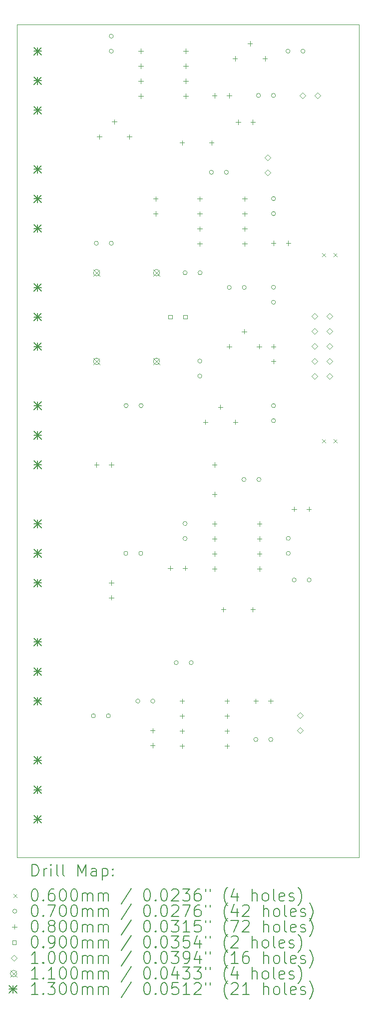
<source format=gbr>
%FSLAX45Y45*%
G04 Gerber Fmt 4.5, Leading zero omitted, Abs format (unit mm)*
G04 Created by KiCad (PCBNEW 6.0.6-3a73a75311~116~ubuntu20.04.1) date 2022-07-16 23:39:22*
%MOMM*%
%LPD*%
G01*
G04 APERTURE LIST*
%TA.AperFunction,Profile*%
%ADD10C,0.050000*%
%TD*%
%ADD11C,0.200000*%
%ADD12C,0.060000*%
%ADD13C,0.070000*%
%ADD14C,0.080000*%
%ADD15C,0.090000*%
%ADD16C,0.100000*%
%ADD17C,0.110000*%
%ADD18C,0.130000*%
G04 APERTURE END LIST*
D10*
X10900000Y-18600000D02*
X10900000Y-4500000D01*
X16700000Y-4500000D02*
X16700000Y-18600000D01*
X10900000Y-4500000D02*
X16700000Y-4500000D01*
X16700000Y-18600000D02*
X10900000Y-18600000D01*
D11*
D12*
X16070000Y-8370000D02*
X16130000Y-8430000D01*
X16130000Y-8370000D02*
X16070000Y-8430000D01*
X16070000Y-11520000D02*
X16130000Y-11580000D01*
X16130000Y-11520000D02*
X16070000Y-11580000D01*
X16270000Y-8370000D02*
X16330000Y-8430000D01*
X16330000Y-8370000D02*
X16270000Y-8430000D01*
X16270000Y-11520000D02*
X16330000Y-11580000D01*
X16330000Y-11520000D02*
X16270000Y-11580000D01*
D13*
X12231000Y-16200000D02*
G75*
G03*
X12231000Y-16200000I-35000J0D01*
G01*
X12281000Y-8200000D02*
G75*
G03*
X12281000Y-8200000I-35000J0D01*
G01*
X12485000Y-16200000D02*
G75*
G03*
X12485000Y-16200000I-35000J0D01*
G01*
X12535000Y-4696000D02*
G75*
G03*
X12535000Y-4696000I-35000J0D01*
G01*
X12535000Y-4950000D02*
G75*
G03*
X12535000Y-4950000I-35000J0D01*
G01*
X12535000Y-8200000D02*
G75*
G03*
X12535000Y-8200000I-35000J0D01*
G01*
X12781000Y-13450000D02*
G75*
G03*
X12781000Y-13450000I-35000J0D01*
G01*
X12785000Y-10950000D02*
G75*
G03*
X12785000Y-10950000I-35000J0D01*
G01*
X12985000Y-15950000D02*
G75*
G03*
X12985000Y-15950000I-35000J0D01*
G01*
X13035000Y-13450000D02*
G75*
G03*
X13035000Y-13450000I-35000J0D01*
G01*
X13039000Y-10950000D02*
G75*
G03*
X13039000Y-10950000I-35000J0D01*
G01*
X13239000Y-15950000D02*
G75*
G03*
X13239000Y-15950000I-35000J0D01*
G01*
X13635000Y-15300000D02*
G75*
G03*
X13635000Y-15300000I-35000J0D01*
G01*
X13785000Y-8700000D02*
G75*
G03*
X13785000Y-8700000I-35000J0D01*
G01*
X13785000Y-12946000D02*
G75*
G03*
X13785000Y-12946000I-35000J0D01*
G01*
X13785000Y-13200000D02*
G75*
G03*
X13785000Y-13200000I-35000J0D01*
G01*
X13889000Y-15300000D02*
G75*
G03*
X13889000Y-15300000I-35000J0D01*
G01*
X14035000Y-10196000D02*
G75*
G03*
X14035000Y-10196000I-35000J0D01*
G01*
X14035000Y-10450000D02*
G75*
G03*
X14035000Y-10450000I-35000J0D01*
G01*
X14039000Y-8700000D02*
G75*
G03*
X14039000Y-8700000I-35000J0D01*
G01*
X14231000Y-7000000D02*
G75*
G03*
X14231000Y-7000000I-35000J0D01*
G01*
X14485000Y-7000000D02*
G75*
G03*
X14485000Y-7000000I-35000J0D01*
G01*
X14535000Y-8950000D02*
G75*
G03*
X14535000Y-8950000I-35000J0D01*
G01*
X14785000Y-12200000D02*
G75*
G03*
X14785000Y-12200000I-35000J0D01*
G01*
X14789000Y-8950000D02*
G75*
G03*
X14789000Y-8950000I-35000J0D01*
G01*
X14985000Y-16600000D02*
G75*
G03*
X14985000Y-16600000I-35000J0D01*
G01*
X15031000Y-5700000D02*
G75*
G03*
X15031000Y-5700000I-35000J0D01*
G01*
X15039000Y-12200000D02*
G75*
G03*
X15039000Y-12200000I-35000J0D01*
G01*
X15239000Y-16600000D02*
G75*
G03*
X15239000Y-16600000I-35000J0D01*
G01*
X15285000Y-5700000D02*
G75*
G03*
X15285000Y-5700000I-35000J0D01*
G01*
X15285000Y-7446000D02*
G75*
G03*
X15285000Y-7446000I-35000J0D01*
G01*
X15285000Y-7700000D02*
G75*
G03*
X15285000Y-7700000I-35000J0D01*
G01*
X15285000Y-8946000D02*
G75*
G03*
X15285000Y-8946000I-35000J0D01*
G01*
X15285000Y-9200000D02*
G75*
G03*
X15285000Y-9200000I-35000J0D01*
G01*
X15285000Y-10950000D02*
G75*
G03*
X15285000Y-10950000I-35000J0D01*
G01*
X15285000Y-11204000D02*
G75*
G03*
X15285000Y-11204000I-35000J0D01*
G01*
X15531000Y-4950000D02*
G75*
G03*
X15531000Y-4950000I-35000J0D01*
G01*
X15535000Y-13196000D02*
G75*
G03*
X15535000Y-13196000I-35000J0D01*
G01*
X15535000Y-13450000D02*
G75*
G03*
X15535000Y-13450000I-35000J0D01*
G01*
X15635000Y-13900000D02*
G75*
G03*
X15635000Y-13900000I-35000J0D01*
G01*
X15785000Y-4950000D02*
G75*
G03*
X15785000Y-4950000I-35000J0D01*
G01*
X15889000Y-13900000D02*
G75*
G03*
X15889000Y-13900000I-35000J0D01*
G01*
D14*
X12250000Y-11910000D02*
X12250000Y-11990000D01*
X12210000Y-11950000D02*
X12290000Y-11950000D01*
X12296000Y-6360000D02*
X12296000Y-6440000D01*
X12256000Y-6400000D02*
X12336000Y-6400000D01*
X12500000Y-11910000D02*
X12500000Y-11990000D01*
X12460000Y-11950000D02*
X12540000Y-11950000D01*
X12500000Y-13910000D02*
X12500000Y-13990000D01*
X12460000Y-13950000D02*
X12540000Y-13950000D01*
X12500000Y-14160000D02*
X12500000Y-14240000D01*
X12460000Y-14200000D02*
X12540000Y-14200000D01*
X12550000Y-6106000D02*
X12550000Y-6186000D01*
X12510000Y-6146000D02*
X12590000Y-6146000D01*
X12804000Y-6360000D02*
X12804000Y-6440000D01*
X12764000Y-6400000D02*
X12844000Y-6400000D01*
X13000000Y-4910000D02*
X13000000Y-4990000D01*
X12960000Y-4950000D02*
X13040000Y-4950000D01*
X13000000Y-5164000D02*
X13000000Y-5244000D01*
X12960000Y-5204000D02*
X13040000Y-5204000D01*
X13000000Y-5418000D02*
X13000000Y-5498000D01*
X12960000Y-5458000D02*
X13040000Y-5458000D01*
X13000000Y-5672000D02*
X13000000Y-5752000D01*
X12960000Y-5712000D02*
X13040000Y-5712000D01*
X13200000Y-16410000D02*
X13200000Y-16490000D01*
X13160000Y-16450000D02*
X13240000Y-16450000D01*
X13200000Y-16660000D02*
X13200000Y-16740000D01*
X13160000Y-16700000D02*
X13240000Y-16700000D01*
X13250000Y-7410000D02*
X13250000Y-7490000D01*
X13210000Y-7450000D02*
X13290000Y-7450000D01*
X13250000Y-7660000D02*
X13250000Y-7740000D01*
X13210000Y-7700000D02*
X13290000Y-7700000D01*
X13500000Y-13660000D02*
X13500000Y-13740000D01*
X13460000Y-13700000D02*
X13540000Y-13700000D01*
X13700000Y-6460000D02*
X13700000Y-6540000D01*
X13660000Y-6500000D02*
X13740000Y-6500000D01*
X13700000Y-15910000D02*
X13700000Y-15990000D01*
X13660000Y-15950000D02*
X13740000Y-15950000D01*
X13700000Y-16164000D02*
X13700000Y-16244000D01*
X13660000Y-16204000D02*
X13740000Y-16204000D01*
X13700000Y-16418000D02*
X13700000Y-16498000D01*
X13660000Y-16458000D02*
X13740000Y-16458000D01*
X13700000Y-16672000D02*
X13700000Y-16752000D01*
X13660000Y-16712000D02*
X13740000Y-16712000D01*
X13750000Y-13660000D02*
X13750000Y-13740000D01*
X13710000Y-13700000D02*
X13790000Y-13700000D01*
X13762000Y-4910000D02*
X13762000Y-4990000D01*
X13722000Y-4950000D02*
X13802000Y-4950000D01*
X13762000Y-5164000D02*
X13762000Y-5244000D01*
X13722000Y-5204000D02*
X13802000Y-5204000D01*
X13762000Y-5418000D02*
X13762000Y-5498000D01*
X13722000Y-5458000D02*
X13802000Y-5458000D01*
X13762000Y-5672000D02*
X13762000Y-5752000D01*
X13722000Y-5712000D02*
X13802000Y-5712000D01*
X14000000Y-7410000D02*
X14000000Y-7490000D01*
X13960000Y-7450000D02*
X14040000Y-7450000D01*
X14000000Y-7664000D02*
X14000000Y-7744000D01*
X13960000Y-7704000D02*
X14040000Y-7704000D01*
X14000000Y-7918000D02*
X14000000Y-7998000D01*
X13960000Y-7958000D02*
X14040000Y-7958000D01*
X14000000Y-8172000D02*
X14000000Y-8252000D01*
X13960000Y-8212000D02*
X14040000Y-8212000D01*
X14096000Y-11187000D02*
X14096000Y-11267000D01*
X14056000Y-11227000D02*
X14136000Y-11227000D01*
X14200000Y-6460000D02*
X14200000Y-6540000D01*
X14160000Y-6500000D02*
X14240000Y-6500000D01*
X14250000Y-5660000D02*
X14250000Y-5740000D01*
X14210000Y-5700000D02*
X14290000Y-5700000D01*
X14250000Y-11910000D02*
X14250000Y-11990000D01*
X14210000Y-11950000D02*
X14290000Y-11950000D01*
X14250000Y-12410000D02*
X14250000Y-12490000D01*
X14210000Y-12450000D02*
X14290000Y-12450000D01*
X14250000Y-12910000D02*
X14250000Y-12990000D01*
X14210000Y-12950000D02*
X14290000Y-12950000D01*
X14250000Y-13164000D02*
X14250000Y-13244000D01*
X14210000Y-13204000D02*
X14290000Y-13204000D01*
X14250000Y-13418000D02*
X14250000Y-13498000D01*
X14210000Y-13458000D02*
X14290000Y-13458000D01*
X14250000Y-13672000D02*
X14250000Y-13752000D01*
X14210000Y-13712000D02*
X14290000Y-13712000D01*
X14350000Y-10933000D02*
X14350000Y-11013000D01*
X14310000Y-10973000D02*
X14390000Y-10973000D01*
X14400000Y-14360000D02*
X14400000Y-14440000D01*
X14360000Y-14400000D02*
X14440000Y-14400000D01*
X14462000Y-15910000D02*
X14462000Y-15990000D01*
X14422000Y-15950000D02*
X14502000Y-15950000D01*
X14462000Y-16164000D02*
X14462000Y-16244000D01*
X14422000Y-16204000D02*
X14502000Y-16204000D01*
X14462000Y-16418000D02*
X14462000Y-16498000D01*
X14422000Y-16458000D02*
X14502000Y-16458000D01*
X14462000Y-16672000D02*
X14462000Y-16752000D01*
X14422000Y-16712000D02*
X14502000Y-16712000D01*
X14500000Y-5660000D02*
X14500000Y-5740000D01*
X14460000Y-5700000D02*
X14540000Y-5700000D01*
X14500000Y-9910000D02*
X14500000Y-9990000D01*
X14460000Y-9950000D02*
X14540000Y-9950000D01*
X14596000Y-5037000D02*
X14596000Y-5117000D01*
X14556000Y-5077000D02*
X14636000Y-5077000D01*
X14604000Y-11187000D02*
X14604000Y-11267000D01*
X14564000Y-11227000D02*
X14644000Y-11227000D01*
X14650000Y-6110000D02*
X14650000Y-6190000D01*
X14610000Y-6150000D02*
X14690000Y-6150000D01*
X14754000Y-9656000D02*
X14754000Y-9736000D01*
X14714000Y-9696000D02*
X14794000Y-9696000D01*
X14762000Y-7410000D02*
X14762000Y-7490000D01*
X14722000Y-7450000D02*
X14802000Y-7450000D01*
X14762000Y-7664000D02*
X14762000Y-7744000D01*
X14722000Y-7704000D02*
X14802000Y-7704000D01*
X14762000Y-7918000D02*
X14762000Y-7998000D01*
X14722000Y-7958000D02*
X14802000Y-7958000D01*
X14762000Y-8172000D02*
X14762000Y-8252000D01*
X14722000Y-8212000D02*
X14802000Y-8212000D01*
X14850000Y-4783000D02*
X14850000Y-4863000D01*
X14810000Y-4823000D02*
X14890000Y-4823000D01*
X14900000Y-6110000D02*
X14900000Y-6190000D01*
X14860000Y-6150000D02*
X14940000Y-6150000D01*
X14900000Y-14360000D02*
X14900000Y-14440000D01*
X14860000Y-14400000D02*
X14940000Y-14400000D01*
X14950000Y-15910000D02*
X14950000Y-15990000D01*
X14910000Y-15950000D02*
X14990000Y-15950000D01*
X15008000Y-9910000D02*
X15008000Y-9990000D01*
X14968000Y-9950000D02*
X15048000Y-9950000D01*
X15012000Y-12910000D02*
X15012000Y-12990000D01*
X14972000Y-12950000D02*
X15052000Y-12950000D01*
X15012000Y-13164000D02*
X15012000Y-13244000D01*
X14972000Y-13204000D02*
X15052000Y-13204000D01*
X15012000Y-13418000D02*
X15012000Y-13498000D01*
X14972000Y-13458000D02*
X15052000Y-13458000D01*
X15012000Y-13672000D02*
X15012000Y-13752000D01*
X14972000Y-13712000D02*
X15052000Y-13712000D01*
X15104000Y-5037000D02*
X15104000Y-5117000D01*
X15064000Y-5077000D02*
X15144000Y-5077000D01*
X15200000Y-15910000D02*
X15200000Y-15990000D01*
X15160000Y-15950000D02*
X15240000Y-15950000D01*
X15250000Y-8160000D02*
X15250000Y-8240000D01*
X15210000Y-8200000D02*
X15290000Y-8200000D01*
X15250000Y-9910000D02*
X15250000Y-9990000D01*
X15210000Y-9950000D02*
X15290000Y-9950000D01*
X15250000Y-10160000D02*
X15250000Y-10240000D01*
X15210000Y-10200000D02*
X15290000Y-10200000D01*
X15500000Y-8160000D02*
X15500000Y-8240000D01*
X15460000Y-8200000D02*
X15540000Y-8200000D01*
X15600000Y-12660000D02*
X15600000Y-12740000D01*
X15560000Y-12700000D02*
X15640000Y-12700000D01*
X15850000Y-12660000D02*
X15850000Y-12740000D01*
X15810000Y-12700000D02*
X15890000Y-12700000D01*
D15*
X13531820Y-9481820D02*
X13531820Y-9418180D01*
X13468180Y-9418180D01*
X13468180Y-9481820D01*
X13531820Y-9481820D01*
X13785820Y-9481820D02*
X13785820Y-9418180D01*
X13722180Y-9418180D01*
X13722180Y-9481820D01*
X13785820Y-9481820D01*
D16*
X15150000Y-6800000D02*
X15200000Y-6750000D01*
X15150000Y-6700000D01*
X15100000Y-6750000D01*
X15150000Y-6800000D01*
X15150000Y-7054000D02*
X15200000Y-7004000D01*
X15150000Y-6954000D01*
X15100000Y-7004000D01*
X15150000Y-7054000D01*
X15700000Y-16242000D02*
X15750000Y-16192000D01*
X15700000Y-16142000D01*
X15650000Y-16192000D01*
X15700000Y-16242000D01*
X15700000Y-16496000D02*
X15750000Y-16446000D01*
X15700000Y-16396000D01*
X15650000Y-16446000D01*
X15700000Y-16496000D01*
X15746000Y-5750000D02*
X15796000Y-5700000D01*
X15746000Y-5650000D01*
X15696000Y-5700000D01*
X15746000Y-5750000D01*
X15946000Y-9484000D02*
X15996000Y-9434000D01*
X15946000Y-9384000D01*
X15896000Y-9434000D01*
X15946000Y-9484000D01*
X15946000Y-9738000D02*
X15996000Y-9688000D01*
X15946000Y-9638000D01*
X15896000Y-9688000D01*
X15946000Y-9738000D01*
X15946000Y-9992000D02*
X15996000Y-9942000D01*
X15946000Y-9892000D01*
X15896000Y-9942000D01*
X15946000Y-9992000D01*
X15946000Y-10246000D02*
X15996000Y-10196000D01*
X15946000Y-10146000D01*
X15896000Y-10196000D01*
X15946000Y-10246000D01*
X15946000Y-10500000D02*
X15996000Y-10450000D01*
X15946000Y-10400000D01*
X15896000Y-10450000D01*
X15946000Y-10500000D01*
X16000000Y-5750000D02*
X16050000Y-5700000D01*
X16000000Y-5650000D01*
X15950000Y-5700000D01*
X16000000Y-5750000D01*
X16200000Y-9484000D02*
X16250000Y-9434000D01*
X16200000Y-9384000D01*
X16150000Y-9434000D01*
X16200000Y-9484000D01*
X16200000Y-9738000D02*
X16250000Y-9688000D01*
X16200000Y-9638000D01*
X16150000Y-9688000D01*
X16200000Y-9738000D01*
X16200000Y-9992000D02*
X16250000Y-9942000D01*
X16200000Y-9892000D01*
X16150000Y-9942000D01*
X16200000Y-9992000D01*
X16200000Y-10246000D02*
X16250000Y-10196000D01*
X16200000Y-10146000D01*
X16150000Y-10196000D01*
X16200000Y-10246000D01*
X16200000Y-10500000D02*
X16250000Y-10450000D01*
X16200000Y-10400000D01*
X16150000Y-10450000D01*
X16200000Y-10500000D01*
D17*
X12195000Y-8645000D02*
X12305000Y-8755000D01*
X12305000Y-8645000D02*
X12195000Y-8755000D01*
X12305000Y-8700000D02*
G75*
G03*
X12305000Y-8700000I-55000J0D01*
G01*
X12195000Y-10145000D02*
X12305000Y-10255000D01*
X12305000Y-10145000D02*
X12195000Y-10255000D01*
X12305000Y-10200000D02*
G75*
G03*
X12305000Y-10200000I-55000J0D01*
G01*
X13211000Y-8645000D02*
X13321000Y-8755000D01*
X13321000Y-8645000D02*
X13211000Y-8755000D01*
X13321000Y-8700000D02*
G75*
G03*
X13321000Y-8700000I-55000J0D01*
G01*
X13211000Y-10145000D02*
X13321000Y-10255000D01*
X13321000Y-10145000D02*
X13211000Y-10255000D01*
X13321000Y-10200000D02*
G75*
G03*
X13321000Y-10200000I-55000J0D01*
G01*
D18*
X11185000Y-4885000D02*
X11315000Y-5015000D01*
X11315000Y-4885000D02*
X11185000Y-5015000D01*
X11250000Y-4885000D02*
X11250000Y-5015000D01*
X11185000Y-4950000D02*
X11315000Y-4950000D01*
X11185000Y-5385000D02*
X11315000Y-5515000D01*
X11315000Y-5385000D02*
X11185000Y-5515000D01*
X11250000Y-5385000D02*
X11250000Y-5515000D01*
X11185000Y-5450000D02*
X11315000Y-5450000D01*
X11185000Y-5885000D02*
X11315000Y-6015000D01*
X11315000Y-5885000D02*
X11185000Y-6015000D01*
X11250000Y-5885000D02*
X11250000Y-6015000D01*
X11185000Y-5950000D02*
X11315000Y-5950000D01*
X11185000Y-6885000D02*
X11315000Y-7015000D01*
X11315000Y-6885000D02*
X11185000Y-7015000D01*
X11250000Y-6885000D02*
X11250000Y-7015000D01*
X11185000Y-6950000D02*
X11315000Y-6950000D01*
X11185000Y-7385000D02*
X11315000Y-7515000D01*
X11315000Y-7385000D02*
X11185000Y-7515000D01*
X11250000Y-7385000D02*
X11250000Y-7515000D01*
X11185000Y-7450000D02*
X11315000Y-7450000D01*
X11185000Y-7885000D02*
X11315000Y-8015000D01*
X11315000Y-7885000D02*
X11185000Y-8015000D01*
X11250000Y-7885000D02*
X11250000Y-8015000D01*
X11185000Y-7950000D02*
X11315000Y-7950000D01*
X11185000Y-8885000D02*
X11315000Y-9015000D01*
X11315000Y-8885000D02*
X11185000Y-9015000D01*
X11250000Y-8885000D02*
X11250000Y-9015000D01*
X11185000Y-8950000D02*
X11315000Y-8950000D01*
X11185000Y-9385000D02*
X11315000Y-9515000D01*
X11315000Y-9385000D02*
X11185000Y-9515000D01*
X11250000Y-9385000D02*
X11250000Y-9515000D01*
X11185000Y-9450000D02*
X11315000Y-9450000D01*
X11185000Y-9885000D02*
X11315000Y-10015000D01*
X11315000Y-9885000D02*
X11185000Y-10015000D01*
X11250000Y-9885000D02*
X11250000Y-10015000D01*
X11185000Y-9950000D02*
X11315000Y-9950000D01*
X11185000Y-10885000D02*
X11315000Y-11015000D01*
X11315000Y-10885000D02*
X11185000Y-11015000D01*
X11250000Y-10885000D02*
X11250000Y-11015000D01*
X11185000Y-10950000D02*
X11315000Y-10950000D01*
X11185000Y-11385000D02*
X11315000Y-11515000D01*
X11315000Y-11385000D02*
X11185000Y-11515000D01*
X11250000Y-11385000D02*
X11250000Y-11515000D01*
X11185000Y-11450000D02*
X11315000Y-11450000D01*
X11185000Y-11885000D02*
X11315000Y-12015000D01*
X11315000Y-11885000D02*
X11185000Y-12015000D01*
X11250000Y-11885000D02*
X11250000Y-12015000D01*
X11185000Y-11950000D02*
X11315000Y-11950000D01*
X11185000Y-12885000D02*
X11315000Y-13015000D01*
X11315000Y-12885000D02*
X11185000Y-13015000D01*
X11250000Y-12885000D02*
X11250000Y-13015000D01*
X11185000Y-12950000D02*
X11315000Y-12950000D01*
X11185000Y-13385000D02*
X11315000Y-13515000D01*
X11315000Y-13385000D02*
X11185000Y-13515000D01*
X11250000Y-13385000D02*
X11250000Y-13515000D01*
X11185000Y-13450000D02*
X11315000Y-13450000D01*
X11185000Y-13885000D02*
X11315000Y-14015000D01*
X11315000Y-13885000D02*
X11185000Y-14015000D01*
X11250000Y-13885000D02*
X11250000Y-14015000D01*
X11185000Y-13950000D02*
X11315000Y-13950000D01*
X11185000Y-14885000D02*
X11315000Y-15015000D01*
X11315000Y-14885000D02*
X11185000Y-15015000D01*
X11250000Y-14885000D02*
X11250000Y-15015000D01*
X11185000Y-14950000D02*
X11315000Y-14950000D01*
X11185000Y-15385000D02*
X11315000Y-15515000D01*
X11315000Y-15385000D02*
X11185000Y-15515000D01*
X11250000Y-15385000D02*
X11250000Y-15515000D01*
X11185000Y-15450000D02*
X11315000Y-15450000D01*
X11185000Y-15885000D02*
X11315000Y-16015000D01*
X11315000Y-15885000D02*
X11185000Y-16015000D01*
X11250000Y-15885000D02*
X11250000Y-16015000D01*
X11185000Y-15950000D02*
X11315000Y-15950000D01*
X11185000Y-16885000D02*
X11315000Y-17015000D01*
X11315000Y-16885000D02*
X11185000Y-17015000D01*
X11250000Y-16885000D02*
X11250000Y-17015000D01*
X11185000Y-16950000D02*
X11315000Y-16950000D01*
X11185000Y-17385000D02*
X11315000Y-17515000D01*
X11315000Y-17385000D02*
X11185000Y-17515000D01*
X11250000Y-17385000D02*
X11250000Y-17515000D01*
X11185000Y-17450000D02*
X11315000Y-17450000D01*
X11185000Y-17885000D02*
X11315000Y-18015000D01*
X11315000Y-17885000D02*
X11185000Y-18015000D01*
X11250000Y-17885000D02*
X11250000Y-18015000D01*
X11185000Y-17950000D02*
X11315000Y-17950000D01*
D11*
X11155119Y-18912976D02*
X11155119Y-18712976D01*
X11202738Y-18712976D01*
X11231309Y-18722500D01*
X11250357Y-18741548D01*
X11259881Y-18760595D01*
X11269405Y-18798690D01*
X11269405Y-18827262D01*
X11259881Y-18865357D01*
X11250357Y-18884405D01*
X11231309Y-18903452D01*
X11202738Y-18912976D01*
X11155119Y-18912976D01*
X11355119Y-18912976D02*
X11355119Y-18779643D01*
X11355119Y-18817738D02*
X11364643Y-18798690D01*
X11374167Y-18789167D01*
X11393214Y-18779643D01*
X11412262Y-18779643D01*
X11478928Y-18912976D02*
X11478928Y-18779643D01*
X11478928Y-18712976D02*
X11469405Y-18722500D01*
X11478928Y-18732024D01*
X11488452Y-18722500D01*
X11478928Y-18712976D01*
X11478928Y-18732024D01*
X11602738Y-18912976D02*
X11583690Y-18903452D01*
X11574167Y-18884405D01*
X11574167Y-18712976D01*
X11707500Y-18912976D02*
X11688452Y-18903452D01*
X11678928Y-18884405D01*
X11678928Y-18712976D01*
X11936071Y-18912976D02*
X11936071Y-18712976D01*
X12002738Y-18855833D01*
X12069405Y-18712976D01*
X12069405Y-18912976D01*
X12250357Y-18912976D02*
X12250357Y-18808214D01*
X12240833Y-18789167D01*
X12221786Y-18779643D01*
X12183690Y-18779643D01*
X12164643Y-18789167D01*
X12250357Y-18903452D02*
X12231309Y-18912976D01*
X12183690Y-18912976D01*
X12164643Y-18903452D01*
X12155119Y-18884405D01*
X12155119Y-18865357D01*
X12164643Y-18846310D01*
X12183690Y-18836786D01*
X12231309Y-18836786D01*
X12250357Y-18827262D01*
X12345595Y-18779643D02*
X12345595Y-18979643D01*
X12345595Y-18789167D02*
X12364643Y-18779643D01*
X12402738Y-18779643D01*
X12421786Y-18789167D01*
X12431309Y-18798690D01*
X12440833Y-18817738D01*
X12440833Y-18874881D01*
X12431309Y-18893929D01*
X12421786Y-18903452D01*
X12402738Y-18912976D01*
X12364643Y-18912976D01*
X12345595Y-18903452D01*
X12526548Y-18893929D02*
X12536071Y-18903452D01*
X12526548Y-18912976D01*
X12517024Y-18903452D01*
X12526548Y-18893929D01*
X12526548Y-18912976D01*
X12526548Y-18789167D02*
X12536071Y-18798690D01*
X12526548Y-18808214D01*
X12517024Y-18798690D01*
X12526548Y-18789167D01*
X12526548Y-18808214D01*
D12*
X10837500Y-19212500D02*
X10897500Y-19272500D01*
X10897500Y-19212500D02*
X10837500Y-19272500D01*
D11*
X11193214Y-19132976D02*
X11212262Y-19132976D01*
X11231309Y-19142500D01*
X11240833Y-19152024D01*
X11250357Y-19171071D01*
X11259881Y-19209167D01*
X11259881Y-19256786D01*
X11250357Y-19294881D01*
X11240833Y-19313929D01*
X11231309Y-19323452D01*
X11212262Y-19332976D01*
X11193214Y-19332976D01*
X11174167Y-19323452D01*
X11164643Y-19313929D01*
X11155119Y-19294881D01*
X11145595Y-19256786D01*
X11145595Y-19209167D01*
X11155119Y-19171071D01*
X11164643Y-19152024D01*
X11174167Y-19142500D01*
X11193214Y-19132976D01*
X11345595Y-19313929D02*
X11355119Y-19323452D01*
X11345595Y-19332976D01*
X11336071Y-19323452D01*
X11345595Y-19313929D01*
X11345595Y-19332976D01*
X11526548Y-19132976D02*
X11488452Y-19132976D01*
X11469405Y-19142500D01*
X11459881Y-19152024D01*
X11440833Y-19180595D01*
X11431309Y-19218690D01*
X11431309Y-19294881D01*
X11440833Y-19313929D01*
X11450357Y-19323452D01*
X11469405Y-19332976D01*
X11507500Y-19332976D01*
X11526548Y-19323452D01*
X11536071Y-19313929D01*
X11545595Y-19294881D01*
X11545595Y-19247262D01*
X11536071Y-19228214D01*
X11526548Y-19218690D01*
X11507500Y-19209167D01*
X11469405Y-19209167D01*
X11450357Y-19218690D01*
X11440833Y-19228214D01*
X11431309Y-19247262D01*
X11669405Y-19132976D02*
X11688452Y-19132976D01*
X11707500Y-19142500D01*
X11717024Y-19152024D01*
X11726548Y-19171071D01*
X11736071Y-19209167D01*
X11736071Y-19256786D01*
X11726548Y-19294881D01*
X11717024Y-19313929D01*
X11707500Y-19323452D01*
X11688452Y-19332976D01*
X11669405Y-19332976D01*
X11650357Y-19323452D01*
X11640833Y-19313929D01*
X11631309Y-19294881D01*
X11621786Y-19256786D01*
X11621786Y-19209167D01*
X11631309Y-19171071D01*
X11640833Y-19152024D01*
X11650357Y-19142500D01*
X11669405Y-19132976D01*
X11859881Y-19132976D02*
X11878928Y-19132976D01*
X11897976Y-19142500D01*
X11907500Y-19152024D01*
X11917024Y-19171071D01*
X11926548Y-19209167D01*
X11926548Y-19256786D01*
X11917024Y-19294881D01*
X11907500Y-19313929D01*
X11897976Y-19323452D01*
X11878928Y-19332976D01*
X11859881Y-19332976D01*
X11840833Y-19323452D01*
X11831309Y-19313929D01*
X11821786Y-19294881D01*
X11812262Y-19256786D01*
X11812262Y-19209167D01*
X11821786Y-19171071D01*
X11831309Y-19152024D01*
X11840833Y-19142500D01*
X11859881Y-19132976D01*
X12012262Y-19332976D02*
X12012262Y-19199643D01*
X12012262Y-19218690D02*
X12021786Y-19209167D01*
X12040833Y-19199643D01*
X12069405Y-19199643D01*
X12088452Y-19209167D01*
X12097976Y-19228214D01*
X12097976Y-19332976D01*
X12097976Y-19228214D02*
X12107500Y-19209167D01*
X12126548Y-19199643D01*
X12155119Y-19199643D01*
X12174167Y-19209167D01*
X12183690Y-19228214D01*
X12183690Y-19332976D01*
X12278928Y-19332976D02*
X12278928Y-19199643D01*
X12278928Y-19218690D02*
X12288452Y-19209167D01*
X12307500Y-19199643D01*
X12336071Y-19199643D01*
X12355119Y-19209167D01*
X12364643Y-19228214D01*
X12364643Y-19332976D01*
X12364643Y-19228214D02*
X12374167Y-19209167D01*
X12393214Y-19199643D01*
X12421786Y-19199643D01*
X12440833Y-19209167D01*
X12450357Y-19228214D01*
X12450357Y-19332976D01*
X12840833Y-19123452D02*
X12669405Y-19380595D01*
X13097976Y-19132976D02*
X13117024Y-19132976D01*
X13136071Y-19142500D01*
X13145595Y-19152024D01*
X13155119Y-19171071D01*
X13164643Y-19209167D01*
X13164643Y-19256786D01*
X13155119Y-19294881D01*
X13145595Y-19313929D01*
X13136071Y-19323452D01*
X13117024Y-19332976D01*
X13097976Y-19332976D01*
X13078928Y-19323452D01*
X13069405Y-19313929D01*
X13059881Y-19294881D01*
X13050357Y-19256786D01*
X13050357Y-19209167D01*
X13059881Y-19171071D01*
X13069405Y-19152024D01*
X13078928Y-19142500D01*
X13097976Y-19132976D01*
X13250357Y-19313929D02*
X13259881Y-19323452D01*
X13250357Y-19332976D01*
X13240833Y-19323452D01*
X13250357Y-19313929D01*
X13250357Y-19332976D01*
X13383690Y-19132976D02*
X13402738Y-19132976D01*
X13421786Y-19142500D01*
X13431309Y-19152024D01*
X13440833Y-19171071D01*
X13450357Y-19209167D01*
X13450357Y-19256786D01*
X13440833Y-19294881D01*
X13431309Y-19313929D01*
X13421786Y-19323452D01*
X13402738Y-19332976D01*
X13383690Y-19332976D01*
X13364643Y-19323452D01*
X13355119Y-19313929D01*
X13345595Y-19294881D01*
X13336071Y-19256786D01*
X13336071Y-19209167D01*
X13345595Y-19171071D01*
X13355119Y-19152024D01*
X13364643Y-19142500D01*
X13383690Y-19132976D01*
X13526548Y-19152024D02*
X13536071Y-19142500D01*
X13555119Y-19132976D01*
X13602738Y-19132976D01*
X13621786Y-19142500D01*
X13631309Y-19152024D01*
X13640833Y-19171071D01*
X13640833Y-19190119D01*
X13631309Y-19218690D01*
X13517024Y-19332976D01*
X13640833Y-19332976D01*
X13707500Y-19132976D02*
X13831309Y-19132976D01*
X13764643Y-19209167D01*
X13793214Y-19209167D01*
X13812262Y-19218690D01*
X13821786Y-19228214D01*
X13831309Y-19247262D01*
X13831309Y-19294881D01*
X13821786Y-19313929D01*
X13812262Y-19323452D01*
X13793214Y-19332976D01*
X13736071Y-19332976D01*
X13717024Y-19323452D01*
X13707500Y-19313929D01*
X14002738Y-19132976D02*
X13964643Y-19132976D01*
X13945595Y-19142500D01*
X13936071Y-19152024D01*
X13917024Y-19180595D01*
X13907500Y-19218690D01*
X13907500Y-19294881D01*
X13917024Y-19313929D01*
X13926548Y-19323452D01*
X13945595Y-19332976D01*
X13983690Y-19332976D01*
X14002738Y-19323452D01*
X14012262Y-19313929D01*
X14021786Y-19294881D01*
X14021786Y-19247262D01*
X14012262Y-19228214D01*
X14002738Y-19218690D01*
X13983690Y-19209167D01*
X13945595Y-19209167D01*
X13926548Y-19218690D01*
X13917024Y-19228214D01*
X13907500Y-19247262D01*
X14097976Y-19132976D02*
X14097976Y-19171071D01*
X14174167Y-19132976D02*
X14174167Y-19171071D01*
X14469405Y-19409167D02*
X14459881Y-19399643D01*
X14440833Y-19371071D01*
X14431309Y-19352024D01*
X14421786Y-19323452D01*
X14412262Y-19275833D01*
X14412262Y-19237738D01*
X14421786Y-19190119D01*
X14431309Y-19161548D01*
X14440833Y-19142500D01*
X14459881Y-19113929D01*
X14469405Y-19104405D01*
X14631309Y-19199643D02*
X14631309Y-19332976D01*
X14583690Y-19123452D02*
X14536071Y-19266310D01*
X14659881Y-19266310D01*
X14888452Y-19332976D02*
X14888452Y-19132976D01*
X14974167Y-19332976D02*
X14974167Y-19228214D01*
X14964643Y-19209167D01*
X14945595Y-19199643D01*
X14917024Y-19199643D01*
X14897976Y-19209167D01*
X14888452Y-19218690D01*
X15097976Y-19332976D02*
X15078928Y-19323452D01*
X15069405Y-19313929D01*
X15059881Y-19294881D01*
X15059881Y-19237738D01*
X15069405Y-19218690D01*
X15078928Y-19209167D01*
X15097976Y-19199643D01*
X15126548Y-19199643D01*
X15145595Y-19209167D01*
X15155119Y-19218690D01*
X15164643Y-19237738D01*
X15164643Y-19294881D01*
X15155119Y-19313929D01*
X15145595Y-19323452D01*
X15126548Y-19332976D01*
X15097976Y-19332976D01*
X15278928Y-19332976D02*
X15259881Y-19323452D01*
X15250357Y-19304405D01*
X15250357Y-19132976D01*
X15431309Y-19323452D02*
X15412262Y-19332976D01*
X15374167Y-19332976D01*
X15355119Y-19323452D01*
X15345595Y-19304405D01*
X15345595Y-19228214D01*
X15355119Y-19209167D01*
X15374167Y-19199643D01*
X15412262Y-19199643D01*
X15431309Y-19209167D01*
X15440833Y-19228214D01*
X15440833Y-19247262D01*
X15345595Y-19266310D01*
X15517024Y-19323452D02*
X15536071Y-19332976D01*
X15574167Y-19332976D01*
X15593214Y-19323452D01*
X15602738Y-19304405D01*
X15602738Y-19294881D01*
X15593214Y-19275833D01*
X15574167Y-19266310D01*
X15545595Y-19266310D01*
X15526548Y-19256786D01*
X15517024Y-19237738D01*
X15517024Y-19228214D01*
X15526548Y-19209167D01*
X15545595Y-19199643D01*
X15574167Y-19199643D01*
X15593214Y-19209167D01*
X15669405Y-19409167D02*
X15678928Y-19399643D01*
X15697976Y-19371071D01*
X15707500Y-19352024D01*
X15717024Y-19323452D01*
X15726548Y-19275833D01*
X15726548Y-19237738D01*
X15717024Y-19190119D01*
X15707500Y-19161548D01*
X15697976Y-19142500D01*
X15678928Y-19113929D01*
X15669405Y-19104405D01*
D13*
X10897500Y-19506500D02*
G75*
G03*
X10897500Y-19506500I-35000J0D01*
G01*
D11*
X11193214Y-19396976D02*
X11212262Y-19396976D01*
X11231309Y-19406500D01*
X11240833Y-19416024D01*
X11250357Y-19435071D01*
X11259881Y-19473167D01*
X11259881Y-19520786D01*
X11250357Y-19558881D01*
X11240833Y-19577929D01*
X11231309Y-19587452D01*
X11212262Y-19596976D01*
X11193214Y-19596976D01*
X11174167Y-19587452D01*
X11164643Y-19577929D01*
X11155119Y-19558881D01*
X11145595Y-19520786D01*
X11145595Y-19473167D01*
X11155119Y-19435071D01*
X11164643Y-19416024D01*
X11174167Y-19406500D01*
X11193214Y-19396976D01*
X11345595Y-19577929D02*
X11355119Y-19587452D01*
X11345595Y-19596976D01*
X11336071Y-19587452D01*
X11345595Y-19577929D01*
X11345595Y-19596976D01*
X11421786Y-19396976D02*
X11555119Y-19396976D01*
X11469405Y-19596976D01*
X11669405Y-19396976D02*
X11688452Y-19396976D01*
X11707500Y-19406500D01*
X11717024Y-19416024D01*
X11726548Y-19435071D01*
X11736071Y-19473167D01*
X11736071Y-19520786D01*
X11726548Y-19558881D01*
X11717024Y-19577929D01*
X11707500Y-19587452D01*
X11688452Y-19596976D01*
X11669405Y-19596976D01*
X11650357Y-19587452D01*
X11640833Y-19577929D01*
X11631309Y-19558881D01*
X11621786Y-19520786D01*
X11621786Y-19473167D01*
X11631309Y-19435071D01*
X11640833Y-19416024D01*
X11650357Y-19406500D01*
X11669405Y-19396976D01*
X11859881Y-19396976D02*
X11878928Y-19396976D01*
X11897976Y-19406500D01*
X11907500Y-19416024D01*
X11917024Y-19435071D01*
X11926548Y-19473167D01*
X11926548Y-19520786D01*
X11917024Y-19558881D01*
X11907500Y-19577929D01*
X11897976Y-19587452D01*
X11878928Y-19596976D01*
X11859881Y-19596976D01*
X11840833Y-19587452D01*
X11831309Y-19577929D01*
X11821786Y-19558881D01*
X11812262Y-19520786D01*
X11812262Y-19473167D01*
X11821786Y-19435071D01*
X11831309Y-19416024D01*
X11840833Y-19406500D01*
X11859881Y-19396976D01*
X12012262Y-19596976D02*
X12012262Y-19463643D01*
X12012262Y-19482690D02*
X12021786Y-19473167D01*
X12040833Y-19463643D01*
X12069405Y-19463643D01*
X12088452Y-19473167D01*
X12097976Y-19492214D01*
X12097976Y-19596976D01*
X12097976Y-19492214D02*
X12107500Y-19473167D01*
X12126548Y-19463643D01*
X12155119Y-19463643D01*
X12174167Y-19473167D01*
X12183690Y-19492214D01*
X12183690Y-19596976D01*
X12278928Y-19596976D02*
X12278928Y-19463643D01*
X12278928Y-19482690D02*
X12288452Y-19473167D01*
X12307500Y-19463643D01*
X12336071Y-19463643D01*
X12355119Y-19473167D01*
X12364643Y-19492214D01*
X12364643Y-19596976D01*
X12364643Y-19492214D02*
X12374167Y-19473167D01*
X12393214Y-19463643D01*
X12421786Y-19463643D01*
X12440833Y-19473167D01*
X12450357Y-19492214D01*
X12450357Y-19596976D01*
X12840833Y-19387452D02*
X12669405Y-19644595D01*
X13097976Y-19396976D02*
X13117024Y-19396976D01*
X13136071Y-19406500D01*
X13145595Y-19416024D01*
X13155119Y-19435071D01*
X13164643Y-19473167D01*
X13164643Y-19520786D01*
X13155119Y-19558881D01*
X13145595Y-19577929D01*
X13136071Y-19587452D01*
X13117024Y-19596976D01*
X13097976Y-19596976D01*
X13078928Y-19587452D01*
X13069405Y-19577929D01*
X13059881Y-19558881D01*
X13050357Y-19520786D01*
X13050357Y-19473167D01*
X13059881Y-19435071D01*
X13069405Y-19416024D01*
X13078928Y-19406500D01*
X13097976Y-19396976D01*
X13250357Y-19577929D02*
X13259881Y-19587452D01*
X13250357Y-19596976D01*
X13240833Y-19587452D01*
X13250357Y-19577929D01*
X13250357Y-19596976D01*
X13383690Y-19396976D02*
X13402738Y-19396976D01*
X13421786Y-19406500D01*
X13431309Y-19416024D01*
X13440833Y-19435071D01*
X13450357Y-19473167D01*
X13450357Y-19520786D01*
X13440833Y-19558881D01*
X13431309Y-19577929D01*
X13421786Y-19587452D01*
X13402738Y-19596976D01*
X13383690Y-19596976D01*
X13364643Y-19587452D01*
X13355119Y-19577929D01*
X13345595Y-19558881D01*
X13336071Y-19520786D01*
X13336071Y-19473167D01*
X13345595Y-19435071D01*
X13355119Y-19416024D01*
X13364643Y-19406500D01*
X13383690Y-19396976D01*
X13526548Y-19416024D02*
X13536071Y-19406500D01*
X13555119Y-19396976D01*
X13602738Y-19396976D01*
X13621786Y-19406500D01*
X13631309Y-19416024D01*
X13640833Y-19435071D01*
X13640833Y-19454119D01*
X13631309Y-19482690D01*
X13517024Y-19596976D01*
X13640833Y-19596976D01*
X13707500Y-19396976D02*
X13840833Y-19396976D01*
X13755119Y-19596976D01*
X14002738Y-19396976D02*
X13964643Y-19396976D01*
X13945595Y-19406500D01*
X13936071Y-19416024D01*
X13917024Y-19444595D01*
X13907500Y-19482690D01*
X13907500Y-19558881D01*
X13917024Y-19577929D01*
X13926548Y-19587452D01*
X13945595Y-19596976D01*
X13983690Y-19596976D01*
X14002738Y-19587452D01*
X14012262Y-19577929D01*
X14021786Y-19558881D01*
X14021786Y-19511262D01*
X14012262Y-19492214D01*
X14002738Y-19482690D01*
X13983690Y-19473167D01*
X13945595Y-19473167D01*
X13926548Y-19482690D01*
X13917024Y-19492214D01*
X13907500Y-19511262D01*
X14097976Y-19396976D02*
X14097976Y-19435071D01*
X14174167Y-19396976D02*
X14174167Y-19435071D01*
X14469405Y-19673167D02*
X14459881Y-19663643D01*
X14440833Y-19635071D01*
X14431309Y-19616024D01*
X14421786Y-19587452D01*
X14412262Y-19539833D01*
X14412262Y-19501738D01*
X14421786Y-19454119D01*
X14431309Y-19425548D01*
X14440833Y-19406500D01*
X14459881Y-19377929D01*
X14469405Y-19368405D01*
X14631309Y-19463643D02*
X14631309Y-19596976D01*
X14583690Y-19387452D02*
X14536071Y-19530310D01*
X14659881Y-19530310D01*
X14726548Y-19416024D02*
X14736071Y-19406500D01*
X14755119Y-19396976D01*
X14802738Y-19396976D01*
X14821786Y-19406500D01*
X14831309Y-19416024D01*
X14840833Y-19435071D01*
X14840833Y-19454119D01*
X14831309Y-19482690D01*
X14717024Y-19596976D01*
X14840833Y-19596976D01*
X15078928Y-19596976D02*
X15078928Y-19396976D01*
X15164643Y-19596976D02*
X15164643Y-19492214D01*
X15155119Y-19473167D01*
X15136071Y-19463643D01*
X15107500Y-19463643D01*
X15088452Y-19473167D01*
X15078928Y-19482690D01*
X15288452Y-19596976D02*
X15269405Y-19587452D01*
X15259881Y-19577929D01*
X15250357Y-19558881D01*
X15250357Y-19501738D01*
X15259881Y-19482690D01*
X15269405Y-19473167D01*
X15288452Y-19463643D01*
X15317024Y-19463643D01*
X15336071Y-19473167D01*
X15345595Y-19482690D01*
X15355119Y-19501738D01*
X15355119Y-19558881D01*
X15345595Y-19577929D01*
X15336071Y-19587452D01*
X15317024Y-19596976D01*
X15288452Y-19596976D01*
X15469405Y-19596976D02*
X15450357Y-19587452D01*
X15440833Y-19568405D01*
X15440833Y-19396976D01*
X15621786Y-19587452D02*
X15602738Y-19596976D01*
X15564643Y-19596976D01*
X15545595Y-19587452D01*
X15536071Y-19568405D01*
X15536071Y-19492214D01*
X15545595Y-19473167D01*
X15564643Y-19463643D01*
X15602738Y-19463643D01*
X15621786Y-19473167D01*
X15631309Y-19492214D01*
X15631309Y-19511262D01*
X15536071Y-19530310D01*
X15707500Y-19587452D02*
X15726548Y-19596976D01*
X15764643Y-19596976D01*
X15783690Y-19587452D01*
X15793214Y-19568405D01*
X15793214Y-19558881D01*
X15783690Y-19539833D01*
X15764643Y-19530310D01*
X15736071Y-19530310D01*
X15717024Y-19520786D01*
X15707500Y-19501738D01*
X15707500Y-19492214D01*
X15717024Y-19473167D01*
X15736071Y-19463643D01*
X15764643Y-19463643D01*
X15783690Y-19473167D01*
X15859881Y-19673167D02*
X15869405Y-19663643D01*
X15888452Y-19635071D01*
X15897976Y-19616024D01*
X15907500Y-19587452D01*
X15917024Y-19539833D01*
X15917024Y-19501738D01*
X15907500Y-19454119D01*
X15897976Y-19425548D01*
X15888452Y-19406500D01*
X15869405Y-19377929D01*
X15859881Y-19368405D01*
D14*
X10857500Y-19730500D02*
X10857500Y-19810500D01*
X10817500Y-19770500D02*
X10897500Y-19770500D01*
D11*
X11193214Y-19660976D02*
X11212262Y-19660976D01*
X11231309Y-19670500D01*
X11240833Y-19680024D01*
X11250357Y-19699071D01*
X11259881Y-19737167D01*
X11259881Y-19784786D01*
X11250357Y-19822881D01*
X11240833Y-19841929D01*
X11231309Y-19851452D01*
X11212262Y-19860976D01*
X11193214Y-19860976D01*
X11174167Y-19851452D01*
X11164643Y-19841929D01*
X11155119Y-19822881D01*
X11145595Y-19784786D01*
X11145595Y-19737167D01*
X11155119Y-19699071D01*
X11164643Y-19680024D01*
X11174167Y-19670500D01*
X11193214Y-19660976D01*
X11345595Y-19841929D02*
X11355119Y-19851452D01*
X11345595Y-19860976D01*
X11336071Y-19851452D01*
X11345595Y-19841929D01*
X11345595Y-19860976D01*
X11469405Y-19746690D02*
X11450357Y-19737167D01*
X11440833Y-19727643D01*
X11431309Y-19708595D01*
X11431309Y-19699071D01*
X11440833Y-19680024D01*
X11450357Y-19670500D01*
X11469405Y-19660976D01*
X11507500Y-19660976D01*
X11526548Y-19670500D01*
X11536071Y-19680024D01*
X11545595Y-19699071D01*
X11545595Y-19708595D01*
X11536071Y-19727643D01*
X11526548Y-19737167D01*
X11507500Y-19746690D01*
X11469405Y-19746690D01*
X11450357Y-19756214D01*
X11440833Y-19765738D01*
X11431309Y-19784786D01*
X11431309Y-19822881D01*
X11440833Y-19841929D01*
X11450357Y-19851452D01*
X11469405Y-19860976D01*
X11507500Y-19860976D01*
X11526548Y-19851452D01*
X11536071Y-19841929D01*
X11545595Y-19822881D01*
X11545595Y-19784786D01*
X11536071Y-19765738D01*
X11526548Y-19756214D01*
X11507500Y-19746690D01*
X11669405Y-19660976D02*
X11688452Y-19660976D01*
X11707500Y-19670500D01*
X11717024Y-19680024D01*
X11726548Y-19699071D01*
X11736071Y-19737167D01*
X11736071Y-19784786D01*
X11726548Y-19822881D01*
X11717024Y-19841929D01*
X11707500Y-19851452D01*
X11688452Y-19860976D01*
X11669405Y-19860976D01*
X11650357Y-19851452D01*
X11640833Y-19841929D01*
X11631309Y-19822881D01*
X11621786Y-19784786D01*
X11621786Y-19737167D01*
X11631309Y-19699071D01*
X11640833Y-19680024D01*
X11650357Y-19670500D01*
X11669405Y-19660976D01*
X11859881Y-19660976D02*
X11878928Y-19660976D01*
X11897976Y-19670500D01*
X11907500Y-19680024D01*
X11917024Y-19699071D01*
X11926548Y-19737167D01*
X11926548Y-19784786D01*
X11917024Y-19822881D01*
X11907500Y-19841929D01*
X11897976Y-19851452D01*
X11878928Y-19860976D01*
X11859881Y-19860976D01*
X11840833Y-19851452D01*
X11831309Y-19841929D01*
X11821786Y-19822881D01*
X11812262Y-19784786D01*
X11812262Y-19737167D01*
X11821786Y-19699071D01*
X11831309Y-19680024D01*
X11840833Y-19670500D01*
X11859881Y-19660976D01*
X12012262Y-19860976D02*
X12012262Y-19727643D01*
X12012262Y-19746690D02*
X12021786Y-19737167D01*
X12040833Y-19727643D01*
X12069405Y-19727643D01*
X12088452Y-19737167D01*
X12097976Y-19756214D01*
X12097976Y-19860976D01*
X12097976Y-19756214D02*
X12107500Y-19737167D01*
X12126548Y-19727643D01*
X12155119Y-19727643D01*
X12174167Y-19737167D01*
X12183690Y-19756214D01*
X12183690Y-19860976D01*
X12278928Y-19860976D02*
X12278928Y-19727643D01*
X12278928Y-19746690D02*
X12288452Y-19737167D01*
X12307500Y-19727643D01*
X12336071Y-19727643D01*
X12355119Y-19737167D01*
X12364643Y-19756214D01*
X12364643Y-19860976D01*
X12364643Y-19756214D02*
X12374167Y-19737167D01*
X12393214Y-19727643D01*
X12421786Y-19727643D01*
X12440833Y-19737167D01*
X12450357Y-19756214D01*
X12450357Y-19860976D01*
X12840833Y-19651452D02*
X12669405Y-19908595D01*
X13097976Y-19660976D02*
X13117024Y-19660976D01*
X13136071Y-19670500D01*
X13145595Y-19680024D01*
X13155119Y-19699071D01*
X13164643Y-19737167D01*
X13164643Y-19784786D01*
X13155119Y-19822881D01*
X13145595Y-19841929D01*
X13136071Y-19851452D01*
X13117024Y-19860976D01*
X13097976Y-19860976D01*
X13078928Y-19851452D01*
X13069405Y-19841929D01*
X13059881Y-19822881D01*
X13050357Y-19784786D01*
X13050357Y-19737167D01*
X13059881Y-19699071D01*
X13069405Y-19680024D01*
X13078928Y-19670500D01*
X13097976Y-19660976D01*
X13250357Y-19841929D02*
X13259881Y-19851452D01*
X13250357Y-19860976D01*
X13240833Y-19851452D01*
X13250357Y-19841929D01*
X13250357Y-19860976D01*
X13383690Y-19660976D02*
X13402738Y-19660976D01*
X13421786Y-19670500D01*
X13431309Y-19680024D01*
X13440833Y-19699071D01*
X13450357Y-19737167D01*
X13450357Y-19784786D01*
X13440833Y-19822881D01*
X13431309Y-19841929D01*
X13421786Y-19851452D01*
X13402738Y-19860976D01*
X13383690Y-19860976D01*
X13364643Y-19851452D01*
X13355119Y-19841929D01*
X13345595Y-19822881D01*
X13336071Y-19784786D01*
X13336071Y-19737167D01*
X13345595Y-19699071D01*
X13355119Y-19680024D01*
X13364643Y-19670500D01*
X13383690Y-19660976D01*
X13517024Y-19660976D02*
X13640833Y-19660976D01*
X13574167Y-19737167D01*
X13602738Y-19737167D01*
X13621786Y-19746690D01*
X13631309Y-19756214D01*
X13640833Y-19775262D01*
X13640833Y-19822881D01*
X13631309Y-19841929D01*
X13621786Y-19851452D01*
X13602738Y-19860976D01*
X13545595Y-19860976D01*
X13526548Y-19851452D01*
X13517024Y-19841929D01*
X13831309Y-19860976D02*
X13717024Y-19860976D01*
X13774167Y-19860976D02*
X13774167Y-19660976D01*
X13755119Y-19689548D01*
X13736071Y-19708595D01*
X13717024Y-19718119D01*
X14012262Y-19660976D02*
X13917024Y-19660976D01*
X13907500Y-19756214D01*
X13917024Y-19746690D01*
X13936071Y-19737167D01*
X13983690Y-19737167D01*
X14002738Y-19746690D01*
X14012262Y-19756214D01*
X14021786Y-19775262D01*
X14021786Y-19822881D01*
X14012262Y-19841929D01*
X14002738Y-19851452D01*
X13983690Y-19860976D01*
X13936071Y-19860976D01*
X13917024Y-19851452D01*
X13907500Y-19841929D01*
X14097976Y-19660976D02*
X14097976Y-19699071D01*
X14174167Y-19660976D02*
X14174167Y-19699071D01*
X14469405Y-19937167D02*
X14459881Y-19927643D01*
X14440833Y-19899071D01*
X14431309Y-19880024D01*
X14421786Y-19851452D01*
X14412262Y-19803833D01*
X14412262Y-19765738D01*
X14421786Y-19718119D01*
X14431309Y-19689548D01*
X14440833Y-19670500D01*
X14459881Y-19641929D01*
X14469405Y-19632405D01*
X14526548Y-19660976D02*
X14659881Y-19660976D01*
X14574167Y-19860976D01*
X14726548Y-19680024D02*
X14736071Y-19670500D01*
X14755119Y-19660976D01*
X14802738Y-19660976D01*
X14821786Y-19670500D01*
X14831309Y-19680024D01*
X14840833Y-19699071D01*
X14840833Y-19718119D01*
X14831309Y-19746690D01*
X14717024Y-19860976D01*
X14840833Y-19860976D01*
X15078928Y-19860976D02*
X15078928Y-19660976D01*
X15164643Y-19860976D02*
X15164643Y-19756214D01*
X15155119Y-19737167D01*
X15136071Y-19727643D01*
X15107500Y-19727643D01*
X15088452Y-19737167D01*
X15078928Y-19746690D01*
X15288452Y-19860976D02*
X15269405Y-19851452D01*
X15259881Y-19841929D01*
X15250357Y-19822881D01*
X15250357Y-19765738D01*
X15259881Y-19746690D01*
X15269405Y-19737167D01*
X15288452Y-19727643D01*
X15317024Y-19727643D01*
X15336071Y-19737167D01*
X15345595Y-19746690D01*
X15355119Y-19765738D01*
X15355119Y-19822881D01*
X15345595Y-19841929D01*
X15336071Y-19851452D01*
X15317024Y-19860976D01*
X15288452Y-19860976D01*
X15469405Y-19860976D02*
X15450357Y-19851452D01*
X15440833Y-19832405D01*
X15440833Y-19660976D01*
X15621786Y-19851452D02*
X15602738Y-19860976D01*
X15564643Y-19860976D01*
X15545595Y-19851452D01*
X15536071Y-19832405D01*
X15536071Y-19756214D01*
X15545595Y-19737167D01*
X15564643Y-19727643D01*
X15602738Y-19727643D01*
X15621786Y-19737167D01*
X15631309Y-19756214D01*
X15631309Y-19775262D01*
X15536071Y-19794310D01*
X15707500Y-19851452D02*
X15726548Y-19860976D01*
X15764643Y-19860976D01*
X15783690Y-19851452D01*
X15793214Y-19832405D01*
X15793214Y-19822881D01*
X15783690Y-19803833D01*
X15764643Y-19794310D01*
X15736071Y-19794310D01*
X15717024Y-19784786D01*
X15707500Y-19765738D01*
X15707500Y-19756214D01*
X15717024Y-19737167D01*
X15736071Y-19727643D01*
X15764643Y-19727643D01*
X15783690Y-19737167D01*
X15859881Y-19937167D02*
X15869405Y-19927643D01*
X15888452Y-19899071D01*
X15897976Y-19880024D01*
X15907500Y-19851452D01*
X15917024Y-19803833D01*
X15917024Y-19765738D01*
X15907500Y-19718119D01*
X15897976Y-19689548D01*
X15888452Y-19670500D01*
X15869405Y-19641929D01*
X15859881Y-19632405D01*
D15*
X10884320Y-20066320D02*
X10884320Y-20002680D01*
X10820680Y-20002680D01*
X10820680Y-20066320D01*
X10884320Y-20066320D01*
D11*
X11193214Y-19924976D02*
X11212262Y-19924976D01*
X11231309Y-19934500D01*
X11240833Y-19944024D01*
X11250357Y-19963071D01*
X11259881Y-20001167D01*
X11259881Y-20048786D01*
X11250357Y-20086881D01*
X11240833Y-20105929D01*
X11231309Y-20115452D01*
X11212262Y-20124976D01*
X11193214Y-20124976D01*
X11174167Y-20115452D01*
X11164643Y-20105929D01*
X11155119Y-20086881D01*
X11145595Y-20048786D01*
X11145595Y-20001167D01*
X11155119Y-19963071D01*
X11164643Y-19944024D01*
X11174167Y-19934500D01*
X11193214Y-19924976D01*
X11345595Y-20105929D02*
X11355119Y-20115452D01*
X11345595Y-20124976D01*
X11336071Y-20115452D01*
X11345595Y-20105929D01*
X11345595Y-20124976D01*
X11450357Y-20124976D02*
X11488452Y-20124976D01*
X11507500Y-20115452D01*
X11517024Y-20105929D01*
X11536071Y-20077357D01*
X11545595Y-20039262D01*
X11545595Y-19963071D01*
X11536071Y-19944024D01*
X11526548Y-19934500D01*
X11507500Y-19924976D01*
X11469405Y-19924976D01*
X11450357Y-19934500D01*
X11440833Y-19944024D01*
X11431309Y-19963071D01*
X11431309Y-20010690D01*
X11440833Y-20029738D01*
X11450357Y-20039262D01*
X11469405Y-20048786D01*
X11507500Y-20048786D01*
X11526548Y-20039262D01*
X11536071Y-20029738D01*
X11545595Y-20010690D01*
X11669405Y-19924976D02*
X11688452Y-19924976D01*
X11707500Y-19934500D01*
X11717024Y-19944024D01*
X11726548Y-19963071D01*
X11736071Y-20001167D01*
X11736071Y-20048786D01*
X11726548Y-20086881D01*
X11717024Y-20105929D01*
X11707500Y-20115452D01*
X11688452Y-20124976D01*
X11669405Y-20124976D01*
X11650357Y-20115452D01*
X11640833Y-20105929D01*
X11631309Y-20086881D01*
X11621786Y-20048786D01*
X11621786Y-20001167D01*
X11631309Y-19963071D01*
X11640833Y-19944024D01*
X11650357Y-19934500D01*
X11669405Y-19924976D01*
X11859881Y-19924976D02*
X11878928Y-19924976D01*
X11897976Y-19934500D01*
X11907500Y-19944024D01*
X11917024Y-19963071D01*
X11926548Y-20001167D01*
X11926548Y-20048786D01*
X11917024Y-20086881D01*
X11907500Y-20105929D01*
X11897976Y-20115452D01*
X11878928Y-20124976D01*
X11859881Y-20124976D01*
X11840833Y-20115452D01*
X11831309Y-20105929D01*
X11821786Y-20086881D01*
X11812262Y-20048786D01*
X11812262Y-20001167D01*
X11821786Y-19963071D01*
X11831309Y-19944024D01*
X11840833Y-19934500D01*
X11859881Y-19924976D01*
X12012262Y-20124976D02*
X12012262Y-19991643D01*
X12012262Y-20010690D02*
X12021786Y-20001167D01*
X12040833Y-19991643D01*
X12069405Y-19991643D01*
X12088452Y-20001167D01*
X12097976Y-20020214D01*
X12097976Y-20124976D01*
X12097976Y-20020214D02*
X12107500Y-20001167D01*
X12126548Y-19991643D01*
X12155119Y-19991643D01*
X12174167Y-20001167D01*
X12183690Y-20020214D01*
X12183690Y-20124976D01*
X12278928Y-20124976D02*
X12278928Y-19991643D01*
X12278928Y-20010690D02*
X12288452Y-20001167D01*
X12307500Y-19991643D01*
X12336071Y-19991643D01*
X12355119Y-20001167D01*
X12364643Y-20020214D01*
X12364643Y-20124976D01*
X12364643Y-20020214D02*
X12374167Y-20001167D01*
X12393214Y-19991643D01*
X12421786Y-19991643D01*
X12440833Y-20001167D01*
X12450357Y-20020214D01*
X12450357Y-20124976D01*
X12840833Y-19915452D02*
X12669405Y-20172595D01*
X13097976Y-19924976D02*
X13117024Y-19924976D01*
X13136071Y-19934500D01*
X13145595Y-19944024D01*
X13155119Y-19963071D01*
X13164643Y-20001167D01*
X13164643Y-20048786D01*
X13155119Y-20086881D01*
X13145595Y-20105929D01*
X13136071Y-20115452D01*
X13117024Y-20124976D01*
X13097976Y-20124976D01*
X13078928Y-20115452D01*
X13069405Y-20105929D01*
X13059881Y-20086881D01*
X13050357Y-20048786D01*
X13050357Y-20001167D01*
X13059881Y-19963071D01*
X13069405Y-19944024D01*
X13078928Y-19934500D01*
X13097976Y-19924976D01*
X13250357Y-20105929D02*
X13259881Y-20115452D01*
X13250357Y-20124976D01*
X13240833Y-20115452D01*
X13250357Y-20105929D01*
X13250357Y-20124976D01*
X13383690Y-19924976D02*
X13402738Y-19924976D01*
X13421786Y-19934500D01*
X13431309Y-19944024D01*
X13440833Y-19963071D01*
X13450357Y-20001167D01*
X13450357Y-20048786D01*
X13440833Y-20086881D01*
X13431309Y-20105929D01*
X13421786Y-20115452D01*
X13402738Y-20124976D01*
X13383690Y-20124976D01*
X13364643Y-20115452D01*
X13355119Y-20105929D01*
X13345595Y-20086881D01*
X13336071Y-20048786D01*
X13336071Y-20001167D01*
X13345595Y-19963071D01*
X13355119Y-19944024D01*
X13364643Y-19934500D01*
X13383690Y-19924976D01*
X13517024Y-19924976D02*
X13640833Y-19924976D01*
X13574167Y-20001167D01*
X13602738Y-20001167D01*
X13621786Y-20010690D01*
X13631309Y-20020214D01*
X13640833Y-20039262D01*
X13640833Y-20086881D01*
X13631309Y-20105929D01*
X13621786Y-20115452D01*
X13602738Y-20124976D01*
X13545595Y-20124976D01*
X13526548Y-20115452D01*
X13517024Y-20105929D01*
X13821786Y-19924976D02*
X13726548Y-19924976D01*
X13717024Y-20020214D01*
X13726548Y-20010690D01*
X13745595Y-20001167D01*
X13793214Y-20001167D01*
X13812262Y-20010690D01*
X13821786Y-20020214D01*
X13831309Y-20039262D01*
X13831309Y-20086881D01*
X13821786Y-20105929D01*
X13812262Y-20115452D01*
X13793214Y-20124976D01*
X13745595Y-20124976D01*
X13726548Y-20115452D01*
X13717024Y-20105929D01*
X14002738Y-19991643D02*
X14002738Y-20124976D01*
X13955119Y-19915452D02*
X13907500Y-20058310D01*
X14031309Y-20058310D01*
X14097976Y-19924976D02*
X14097976Y-19963071D01*
X14174167Y-19924976D02*
X14174167Y-19963071D01*
X14469405Y-20201167D02*
X14459881Y-20191643D01*
X14440833Y-20163071D01*
X14431309Y-20144024D01*
X14421786Y-20115452D01*
X14412262Y-20067833D01*
X14412262Y-20029738D01*
X14421786Y-19982119D01*
X14431309Y-19953548D01*
X14440833Y-19934500D01*
X14459881Y-19905929D01*
X14469405Y-19896405D01*
X14536071Y-19944024D02*
X14545595Y-19934500D01*
X14564643Y-19924976D01*
X14612262Y-19924976D01*
X14631309Y-19934500D01*
X14640833Y-19944024D01*
X14650357Y-19963071D01*
X14650357Y-19982119D01*
X14640833Y-20010690D01*
X14526548Y-20124976D01*
X14650357Y-20124976D01*
X14888452Y-20124976D02*
X14888452Y-19924976D01*
X14974167Y-20124976D02*
X14974167Y-20020214D01*
X14964643Y-20001167D01*
X14945595Y-19991643D01*
X14917024Y-19991643D01*
X14897976Y-20001167D01*
X14888452Y-20010690D01*
X15097976Y-20124976D02*
X15078928Y-20115452D01*
X15069405Y-20105929D01*
X15059881Y-20086881D01*
X15059881Y-20029738D01*
X15069405Y-20010690D01*
X15078928Y-20001167D01*
X15097976Y-19991643D01*
X15126548Y-19991643D01*
X15145595Y-20001167D01*
X15155119Y-20010690D01*
X15164643Y-20029738D01*
X15164643Y-20086881D01*
X15155119Y-20105929D01*
X15145595Y-20115452D01*
X15126548Y-20124976D01*
X15097976Y-20124976D01*
X15278928Y-20124976D02*
X15259881Y-20115452D01*
X15250357Y-20096405D01*
X15250357Y-19924976D01*
X15431309Y-20115452D02*
X15412262Y-20124976D01*
X15374167Y-20124976D01*
X15355119Y-20115452D01*
X15345595Y-20096405D01*
X15345595Y-20020214D01*
X15355119Y-20001167D01*
X15374167Y-19991643D01*
X15412262Y-19991643D01*
X15431309Y-20001167D01*
X15440833Y-20020214D01*
X15440833Y-20039262D01*
X15345595Y-20058310D01*
X15517024Y-20115452D02*
X15536071Y-20124976D01*
X15574167Y-20124976D01*
X15593214Y-20115452D01*
X15602738Y-20096405D01*
X15602738Y-20086881D01*
X15593214Y-20067833D01*
X15574167Y-20058310D01*
X15545595Y-20058310D01*
X15526548Y-20048786D01*
X15517024Y-20029738D01*
X15517024Y-20020214D01*
X15526548Y-20001167D01*
X15545595Y-19991643D01*
X15574167Y-19991643D01*
X15593214Y-20001167D01*
X15669405Y-20201167D02*
X15678928Y-20191643D01*
X15697976Y-20163071D01*
X15707500Y-20144024D01*
X15717024Y-20115452D01*
X15726548Y-20067833D01*
X15726548Y-20029738D01*
X15717024Y-19982119D01*
X15707500Y-19953548D01*
X15697976Y-19934500D01*
X15678928Y-19905929D01*
X15669405Y-19896405D01*
D16*
X10847500Y-20348500D02*
X10897500Y-20298500D01*
X10847500Y-20248500D01*
X10797500Y-20298500D01*
X10847500Y-20348500D01*
D11*
X11259881Y-20388976D02*
X11145595Y-20388976D01*
X11202738Y-20388976D02*
X11202738Y-20188976D01*
X11183690Y-20217548D01*
X11164643Y-20236595D01*
X11145595Y-20246119D01*
X11345595Y-20369929D02*
X11355119Y-20379452D01*
X11345595Y-20388976D01*
X11336071Y-20379452D01*
X11345595Y-20369929D01*
X11345595Y-20388976D01*
X11478928Y-20188976D02*
X11497976Y-20188976D01*
X11517024Y-20198500D01*
X11526548Y-20208024D01*
X11536071Y-20227071D01*
X11545595Y-20265167D01*
X11545595Y-20312786D01*
X11536071Y-20350881D01*
X11526548Y-20369929D01*
X11517024Y-20379452D01*
X11497976Y-20388976D01*
X11478928Y-20388976D01*
X11459881Y-20379452D01*
X11450357Y-20369929D01*
X11440833Y-20350881D01*
X11431309Y-20312786D01*
X11431309Y-20265167D01*
X11440833Y-20227071D01*
X11450357Y-20208024D01*
X11459881Y-20198500D01*
X11478928Y-20188976D01*
X11669405Y-20188976D02*
X11688452Y-20188976D01*
X11707500Y-20198500D01*
X11717024Y-20208024D01*
X11726548Y-20227071D01*
X11736071Y-20265167D01*
X11736071Y-20312786D01*
X11726548Y-20350881D01*
X11717024Y-20369929D01*
X11707500Y-20379452D01*
X11688452Y-20388976D01*
X11669405Y-20388976D01*
X11650357Y-20379452D01*
X11640833Y-20369929D01*
X11631309Y-20350881D01*
X11621786Y-20312786D01*
X11621786Y-20265167D01*
X11631309Y-20227071D01*
X11640833Y-20208024D01*
X11650357Y-20198500D01*
X11669405Y-20188976D01*
X11859881Y-20188976D02*
X11878928Y-20188976D01*
X11897976Y-20198500D01*
X11907500Y-20208024D01*
X11917024Y-20227071D01*
X11926548Y-20265167D01*
X11926548Y-20312786D01*
X11917024Y-20350881D01*
X11907500Y-20369929D01*
X11897976Y-20379452D01*
X11878928Y-20388976D01*
X11859881Y-20388976D01*
X11840833Y-20379452D01*
X11831309Y-20369929D01*
X11821786Y-20350881D01*
X11812262Y-20312786D01*
X11812262Y-20265167D01*
X11821786Y-20227071D01*
X11831309Y-20208024D01*
X11840833Y-20198500D01*
X11859881Y-20188976D01*
X12012262Y-20388976D02*
X12012262Y-20255643D01*
X12012262Y-20274690D02*
X12021786Y-20265167D01*
X12040833Y-20255643D01*
X12069405Y-20255643D01*
X12088452Y-20265167D01*
X12097976Y-20284214D01*
X12097976Y-20388976D01*
X12097976Y-20284214D02*
X12107500Y-20265167D01*
X12126548Y-20255643D01*
X12155119Y-20255643D01*
X12174167Y-20265167D01*
X12183690Y-20284214D01*
X12183690Y-20388976D01*
X12278928Y-20388976D02*
X12278928Y-20255643D01*
X12278928Y-20274690D02*
X12288452Y-20265167D01*
X12307500Y-20255643D01*
X12336071Y-20255643D01*
X12355119Y-20265167D01*
X12364643Y-20284214D01*
X12364643Y-20388976D01*
X12364643Y-20284214D02*
X12374167Y-20265167D01*
X12393214Y-20255643D01*
X12421786Y-20255643D01*
X12440833Y-20265167D01*
X12450357Y-20284214D01*
X12450357Y-20388976D01*
X12840833Y-20179452D02*
X12669405Y-20436595D01*
X13097976Y-20188976D02*
X13117024Y-20188976D01*
X13136071Y-20198500D01*
X13145595Y-20208024D01*
X13155119Y-20227071D01*
X13164643Y-20265167D01*
X13164643Y-20312786D01*
X13155119Y-20350881D01*
X13145595Y-20369929D01*
X13136071Y-20379452D01*
X13117024Y-20388976D01*
X13097976Y-20388976D01*
X13078928Y-20379452D01*
X13069405Y-20369929D01*
X13059881Y-20350881D01*
X13050357Y-20312786D01*
X13050357Y-20265167D01*
X13059881Y-20227071D01*
X13069405Y-20208024D01*
X13078928Y-20198500D01*
X13097976Y-20188976D01*
X13250357Y-20369929D02*
X13259881Y-20379452D01*
X13250357Y-20388976D01*
X13240833Y-20379452D01*
X13250357Y-20369929D01*
X13250357Y-20388976D01*
X13383690Y-20188976D02*
X13402738Y-20188976D01*
X13421786Y-20198500D01*
X13431309Y-20208024D01*
X13440833Y-20227071D01*
X13450357Y-20265167D01*
X13450357Y-20312786D01*
X13440833Y-20350881D01*
X13431309Y-20369929D01*
X13421786Y-20379452D01*
X13402738Y-20388976D01*
X13383690Y-20388976D01*
X13364643Y-20379452D01*
X13355119Y-20369929D01*
X13345595Y-20350881D01*
X13336071Y-20312786D01*
X13336071Y-20265167D01*
X13345595Y-20227071D01*
X13355119Y-20208024D01*
X13364643Y-20198500D01*
X13383690Y-20188976D01*
X13517024Y-20188976D02*
X13640833Y-20188976D01*
X13574167Y-20265167D01*
X13602738Y-20265167D01*
X13621786Y-20274690D01*
X13631309Y-20284214D01*
X13640833Y-20303262D01*
X13640833Y-20350881D01*
X13631309Y-20369929D01*
X13621786Y-20379452D01*
X13602738Y-20388976D01*
X13545595Y-20388976D01*
X13526548Y-20379452D01*
X13517024Y-20369929D01*
X13736071Y-20388976D02*
X13774167Y-20388976D01*
X13793214Y-20379452D01*
X13802738Y-20369929D01*
X13821786Y-20341357D01*
X13831309Y-20303262D01*
X13831309Y-20227071D01*
X13821786Y-20208024D01*
X13812262Y-20198500D01*
X13793214Y-20188976D01*
X13755119Y-20188976D01*
X13736071Y-20198500D01*
X13726548Y-20208024D01*
X13717024Y-20227071D01*
X13717024Y-20274690D01*
X13726548Y-20293738D01*
X13736071Y-20303262D01*
X13755119Y-20312786D01*
X13793214Y-20312786D01*
X13812262Y-20303262D01*
X13821786Y-20293738D01*
X13831309Y-20274690D01*
X14002738Y-20255643D02*
X14002738Y-20388976D01*
X13955119Y-20179452D02*
X13907500Y-20322310D01*
X14031309Y-20322310D01*
X14097976Y-20188976D02*
X14097976Y-20227071D01*
X14174167Y-20188976D02*
X14174167Y-20227071D01*
X14469405Y-20465167D02*
X14459881Y-20455643D01*
X14440833Y-20427071D01*
X14431309Y-20408024D01*
X14421786Y-20379452D01*
X14412262Y-20331833D01*
X14412262Y-20293738D01*
X14421786Y-20246119D01*
X14431309Y-20217548D01*
X14440833Y-20198500D01*
X14459881Y-20169929D01*
X14469405Y-20160405D01*
X14650357Y-20388976D02*
X14536071Y-20388976D01*
X14593214Y-20388976D02*
X14593214Y-20188976D01*
X14574167Y-20217548D01*
X14555119Y-20236595D01*
X14536071Y-20246119D01*
X14821786Y-20188976D02*
X14783690Y-20188976D01*
X14764643Y-20198500D01*
X14755119Y-20208024D01*
X14736071Y-20236595D01*
X14726548Y-20274690D01*
X14726548Y-20350881D01*
X14736071Y-20369929D01*
X14745595Y-20379452D01*
X14764643Y-20388976D01*
X14802738Y-20388976D01*
X14821786Y-20379452D01*
X14831309Y-20369929D01*
X14840833Y-20350881D01*
X14840833Y-20303262D01*
X14831309Y-20284214D01*
X14821786Y-20274690D01*
X14802738Y-20265167D01*
X14764643Y-20265167D01*
X14745595Y-20274690D01*
X14736071Y-20284214D01*
X14726548Y-20303262D01*
X15078928Y-20388976D02*
X15078928Y-20188976D01*
X15164643Y-20388976D02*
X15164643Y-20284214D01*
X15155119Y-20265167D01*
X15136071Y-20255643D01*
X15107500Y-20255643D01*
X15088452Y-20265167D01*
X15078928Y-20274690D01*
X15288452Y-20388976D02*
X15269405Y-20379452D01*
X15259881Y-20369929D01*
X15250357Y-20350881D01*
X15250357Y-20293738D01*
X15259881Y-20274690D01*
X15269405Y-20265167D01*
X15288452Y-20255643D01*
X15317024Y-20255643D01*
X15336071Y-20265167D01*
X15345595Y-20274690D01*
X15355119Y-20293738D01*
X15355119Y-20350881D01*
X15345595Y-20369929D01*
X15336071Y-20379452D01*
X15317024Y-20388976D01*
X15288452Y-20388976D01*
X15469405Y-20388976D02*
X15450357Y-20379452D01*
X15440833Y-20360405D01*
X15440833Y-20188976D01*
X15621786Y-20379452D02*
X15602738Y-20388976D01*
X15564643Y-20388976D01*
X15545595Y-20379452D01*
X15536071Y-20360405D01*
X15536071Y-20284214D01*
X15545595Y-20265167D01*
X15564643Y-20255643D01*
X15602738Y-20255643D01*
X15621786Y-20265167D01*
X15631309Y-20284214D01*
X15631309Y-20303262D01*
X15536071Y-20322310D01*
X15707500Y-20379452D02*
X15726548Y-20388976D01*
X15764643Y-20388976D01*
X15783690Y-20379452D01*
X15793214Y-20360405D01*
X15793214Y-20350881D01*
X15783690Y-20331833D01*
X15764643Y-20322310D01*
X15736071Y-20322310D01*
X15717024Y-20312786D01*
X15707500Y-20293738D01*
X15707500Y-20284214D01*
X15717024Y-20265167D01*
X15736071Y-20255643D01*
X15764643Y-20255643D01*
X15783690Y-20265167D01*
X15859881Y-20465167D02*
X15869405Y-20455643D01*
X15888452Y-20427071D01*
X15897976Y-20408024D01*
X15907500Y-20379452D01*
X15917024Y-20331833D01*
X15917024Y-20293738D01*
X15907500Y-20246119D01*
X15897976Y-20217548D01*
X15888452Y-20198500D01*
X15869405Y-20169929D01*
X15859881Y-20160405D01*
D17*
X10787500Y-20507500D02*
X10897500Y-20617500D01*
X10897500Y-20507500D02*
X10787500Y-20617500D01*
X10897500Y-20562500D02*
G75*
G03*
X10897500Y-20562500I-55000J0D01*
G01*
D11*
X11259881Y-20652976D02*
X11145595Y-20652976D01*
X11202738Y-20652976D02*
X11202738Y-20452976D01*
X11183690Y-20481548D01*
X11164643Y-20500595D01*
X11145595Y-20510119D01*
X11345595Y-20633929D02*
X11355119Y-20643452D01*
X11345595Y-20652976D01*
X11336071Y-20643452D01*
X11345595Y-20633929D01*
X11345595Y-20652976D01*
X11545595Y-20652976D02*
X11431309Y-20652976D01*
X11488452Y-20652976D02*
X11488452Y-20452976D01*
X11469405Y-20481548D01*
X11450357Y-20500595D01*
X11431309Y-20510119D01*
X11669405Y-20452976D02*
X11688452Y-20452976D01*
X11707500Y-20462500D01*
X11717024Y-20472024D01*
X11726548Y-20491071D01*
X11736071Y-20529167D01*
X11736071Y-20576786D01*
X11726548Y-20614881D01*
X11717024Y-20633929D01*
X11707500Y-20643452D01*
X11688452Y-20652976D01*
X11669405Y-20652976D01*
X11650357Y-20643452D01*
X11640833Y-20633929D01*
X11631309Y-20614881D01*
X11621786Y-20576786D01*
X11621786Y-20529167D01*
X11631309Y-20491071D01*
X11640833Y-20472024D01*
X11650357Y-20462500D01*
X11669405Y-20452976D01*
X11859881Y-20452976D02*
X11878928Y-20452976D01*
X11897976Y-20462500D01*
X11907500Y-20472024D01*
X11917024Y-20491071D01*
X11926548Y-20529167D01*
X11926548Y-20576786D01*
X11917024Y-20614881D01*
X11907500Y-20633929D01*
X11897976Y-20643452D01*
X11878928Y-20652976D01*
X11859881Y-20652976D01*
X11840833Y-20643452D01*
X11831309Y-20633929D01*
X11821786Y-20614881D01*
X11812262Y-20576786D01*
X11812262Y-20529167D01*
X11821786Y-20491071D01*
X11831309Y-20472024D01*
X11840833Y-20462500D01*
X11859881Y-20452976D01*
X12012262Y-20652976D02*
X12012262Y-20519643D01*
X12012262Y-20538690D02*
X12021786Y-20529167D01*
X12040833Y-20519643D01*
X12069405Y-20519643D01*
X12088452Y-20529167D01*
X12097976Y-20548214D01*
X12097976Y-20652976D01*
X12097976Y-20548214D02*
X12107500Y-20529167D01*
X12126548Y-20519643D01*
X12155119Y-20519643D01*
X12174167Y-20529167D01*
X12183690Y-20548214D01*
X12183690Y-20652976D01*
X12278928Y-20652976D02*
X12278928Y-20519643D01*
X12278928Y-20538690D02*
X12288452Y-20529167D01*
X12307500Y-20519643D01*
X12336071Y-20519643D01*
X12355119Y-20529167D01*
X12364643Y-20548214D01*
X12364643Y-20652976D01*
X12364643Y-20548214D02*
X12374167Y-20529167D01*
X12393214Y-20519643D01*
X12421786Y-20519643D01*
X12440833Y-20529167D01*
X12450357Y-20548214D01*
X12450357Y-20652976D01*
X12840833Y-20443452D02*
X12669405Y-20700595D01*
X13097976Y-20452976D02*
X13117024Y-20452976D01*
X13136071Y-20462500D01*
X13145595Y-20472024D01*
X13155119Y-20491071D01*
X13164643Y-20529167D01*
X13164643Y-20576786D01*
X13155119Y-20614881D01*
X13145595Y-20633929D01*
X13136071Y-20643452D01*
X13117024Y-20652976D01*
X13097976Y-20652976D01*
X13078928Y-20643452D01*
X13069405Y-20633929D01*
X13059881Y-20614881D01*
X13050357Y-20576786D01*
X13050357Y-20529167D01*
X13059881Y-20491071D01*
X13069405Y-20472024D01*
X13078928Y-20462500D01*
X13097976Y-20452976D01*
X13250357Y-20633929D02*
X13259881Y-20643452D01*
X13250357Y-20652976D01*
X13240833Y-20643452D01*
X13250357Y-20633929D01*
X13250357Y-20652976D01*
X13383690Y-20452976D02*
X13402738Y-20452976D01*
X13421786Y-20462500D01*
X13431309Y-20472024D01*
X13440833Y-20491071D01*
X13450357Y-20529167D01*
X13450357Y-20576786D01*
X13440833Y-20614881D01*
X13431309Y-20633929D01*
X13421786Y-20643452D01*
X13402738Y-20652976D01*
X13383690Y-20652976D01*
X13364643Y-20643452D01*
X13355119Y-20633929D01*
X13345595Y-20614881D01*
X13336071Y-20576786D01*
X13336071Y-20529167D01*
X13345595Y-20491071D01*
X13355119Y-20472024D01*
X13364643Y-20462500D01*
X13383690Y-20452976D01*
X13621786Y-20519643D02*
X13621786Y-20652976D01*
X13574167Y-20443452D02*
X13526548Y-20586310D01*
X13650357Y-20586310D01*
X13707500Y-20452976D02*
X13831309Y-20452976D01*
X13764643Y-20529167D01*
X13793214Y-20529167D01*
X13812262Y-20538690D01*
X13821786Y-20548214D01*
X13831309Y-20567262D01*
X13831309Y-20614881D01*
X13821786Y-20633929D01*
X13812262Y-20643452D01*
X13793214Y-20652976D01*
X13736071Y-20652976D01*
X13717024Y-20643452D01*
X13707500Y-20633929D01*
X13897976Y-20452976D02*
X14021786Y-20452976D01*
X13955119Y-20529167D01*
X13983690Y-20529167D01*
X14002738Y-20538690D01*
X14012262Y-20548214D01*
X14021786Y-20567262D01*
X14021786Y-20614881D01*
X14012262Y-20633929D01*
X14002738Y-20643452D01*
X13983690Y-20652976D01*
X13926548Y-20652976D01*
X13907500Y-20643452D01*
X13897976Y-20633929D01*
X14097976Y-20452976D02*
X14097976Y-20491071D01*
X14174167Y-20452976D02*
X14174167Y-20491071D01*
X14469405Y-20729167D02*
X14459881Y-20719643D01*
X14440833Y-20691071D01*
X14431309Y-20672024D01*
X14421786Y-20643452D01*
X14412262Y-20595833D01*
X14412262Y-20557738D01*
X14421786Y-20510119D01*
X14431309Y-20481548D01*
X14440833Y-20462500D01*
X14459881Y-20433929D01*
X14469405Y-20424405D01*
X14631309Y-20519643D02*
X14631309Y-20652976D01*
X14583690Y-20443452D02*
X14536071Y-20586310D01*
X14659881Y-20586310D01*
X14888452Y-20652976D02*
X14888452Y-20452976D01*
X14974167Y-20652976D02*
X14974167Y-20548214D01*
X14964643Y-20529167D01*
X14945595Y-20519643D01*
X14917024Y-20519643D01*
X14897976Y-20529167D01*
X14888452Y-20538690D01*
X15097976Y-20652976D02*
X15078928Y-20643452D01*
X15069405Y-20633929D01*
X15059881Y-20614881D01*
X15059881Y-20557738D01*
X15069405Y-20538690D01*
X15078928Y-20529167D01*
X15097976Y-20519643D01*
X15126548Y-20519643D01*
X15145595Y-20529167D01*
X15155119Y-20538690D01*
X15164643Y-20557738D01*
X15164643Y-20614881D01*
X15155119Y-20633929D01*
X15145595Y-20643452D01*
X15126548Y-20652976D01*
X15097976Y-20652976D01*
X15278928Y-20652976D02*
X15259881Y-20643452D01*
X15250357Y-20624405D01*
X15250357Y-20452976D01*
X15431309Y-20643452D02*
X15412262Y-20652976D01*
X15374167Y-20652976D01*
X15355119Y-20643452D01*
X15345595Y-20624405D01*
X15345595Y-20548214D01*
X15355119Y-20529167D01*
X15374167Y-20519643D01*
X15412262Y-20519643D01*
X15431309Y-20529167D01*
X15440833Y-20548214D01*
X15440833Y-20567262D01*
X15345595Y-20586310D01*
X15517024Y-20643452D02*
X15536071Y-20652976D01*
X15574167Y-20652976D01*
X15593214Y-20643452D01*
X15602738Y-20624405D01*
X15602738Y-20614881D01*
X15593214Y-20595833D01*
X15574167Y-20586310D01*
X15545595Y-20586310D01*
X15526548Y-20576786D01*
X15517024Y-20557738D01*
X15517024Y-20548214D01*
X15526548Y-20529167D01*
X15545595Y-20519643D01*
X15574167Y-20519643D01*
X15593214Y-20529167D01*
X15669405Y-20729167D02*
X15678928Y-20719643D01*
X15697976Y-20691071D01*
X15707500Y-20672024D01*
X15717024Y-20643452D01*
X15726548Y-20595833D01*
X15726548Y-20557738D01*
X15717024Y-20510119D01*
X15707500Y-20481548D01*
X15697976Y-20462500D01*
X15678928Y-20433929D01*
X15669405Y-20424405D01*
D18*
X10767500Y-20761500D02*
X10897500Y-20891500D01*
X10897500Y-20761500D02*
X10767500Y-20891500D01*
X10832500Y-20761500D02*
X10832500Y-20891500D01*
X10767500Y-20826500D02*
X10897500Y-20826500D01*
D11*
X11259881Y-20916976D02*
X11145595Y-20916976D01*
X11202738Y-20916976D02*
X11202738Y-20716976D01*
X11183690Y-20745548D01*
X11164643Y-20764595D01*
X11145595Y-20774119D01*
X11345595Y-20897929D02*
X11355119Y-20907452D01*
X11345595Y-20916976D01*
X11336071Y-20907452D01*
X11345595Y-20897929D01*
X11345595Y-20916976D01*
X11421786Y-20716976D02*
X11545595Y-20716976D01*
X11478928Y-20793167D01*
X11507500Y-20793167D01*
X11526548Y-20802690D01*
X11536071Y-20812214D01*
X11545595Y-20831262D01*
X11545595Y-20878881D01*
X11536071Y-20897929D01*
X11526548Y-20907452D01*
X11507500Y-20916976D01*
X11450357Y-20916976D01*
X11431309Y-20907452D01*
X11421786Y-20897929D01*
X11669405Y-20716976D02*
X11688452Y-20716976D01*
X11707500Y-20726500D01*
X11717024Y-20736024D01*
X11726548Y-20755071D01*
X11736071Y-20793167D01*
X11736071Y-20840786D01*
X11726548Y-20878881D01*
X11717024Y-20897929D01*
X11707500Y-20907452D01*
X11688452Y-20916976D01*
X11669405Y-20916976D01*
X11650357Y-20907452D01*
X11640833Y-20897929D01*
X11631309Y-20878881D01*
X11621786Y-20840786D01*
X11621786Y-20793167D01*
X11631309Y-20755071D01*
X11640833Y-20736024D01*
X11650357Y-20726500D01*
X11669405Y-20716976D01*
X11859881Y-20716976D02*
X11878928Y-20716976D01*
X11897976Y-20726500D01*
X11907500Y-20736024D01*
X11917024Y-20755071D01*
X11926548Y-20793167D01*
X11926548Y-20840786D01*
X11917024Y-20878881D01*
X11907500Y-20897929D01*
X11897976Y-20907452D01*
X11878928Y-20916976D01*
X11859881Y-20916976D01*
X11840833Y-20907452D01*
X11831309Y-20897929D01*
X11821786Y-20878881D01*
X11812262Y-20840786D01*
X11812262Y-20793167D01*
X11821786Y-20755071D01*
X11831309Y-20736024D01*
X11840833Y-20726500D01*
X11859881Y-20716976D01*
X12012262Y-20916976D02*
X12012262Y-20783643D01*
X12012262Y-20802690D02*
X12021786Y-20793167D01*
X12040833Y-20783643D01*
X12069405Y-20783643D01*
X12088452Y-20793167D01*
X12097976Y-20812214D01*
X12097976Y-20916976D01*
X12097976Y-20812214D02*
X12107500Y-20793167D01*
X12126548Y-20783643D01*
X12155119Y-20783643D01*
X12174167Y-20793167D01*
X12183690Y-20812214D01*
X12183690Y-20916976D01*
X12278928Y-20916976D02*
X12278928Y-20783643D01*
X12278928Y-20802690D02*
X12288452Y-20793167D01*
X12307500Y-20783643D01*
X12336071Y-20783643D01*
X12355119Y-20793167D01*
X12364643Y-20812214D01*
X12364643Y-20916976D01*
X12364643Y-20812214D02*
X12374167Y-20793167D01*
X12393214Y-20783643D01*
X12421786Y-20783643D01*
X12440833Y-20793167D01*
X12450357Y-20812214D01*
X12450357Y-20916976D01*
X12840833Y-20707452D02*
X12669405Y-20964595D01*
X13097976Y-20716976D02*
X13117024Y-20716976D01*
X13136071Y-20726500D01*
X13145595Y-20736024D01*
X13155119Y-20755071D01*
X13164643Y-20793167D01*
X13164643Y-20840786D01*
X13155119Y-20878881D01*
X13145595Y-20897929D01*
X13136071Y-20907452D01*
X13117024Y-20916976D01*
X13097976Y-20916976D01*
X13078928Y-20907452D01*
X13069405Y-20897929D01*
X13059881Y-20878881D01*
X13050357Y-20840786D01*
X13050357Y-20793167D01*
X13059881Y-20755071D01*
X13069405Y-20736024D01*
X13078928Y-20726500D01*
X13097976Y-20716976D01*
X13250357Y-20897929D02*
X13259881Y-20907452D01*
X13250357Y-20916976D01*
X13240833Y-20907452D01*
X13250357Y-20897929D01*
X13250357Y-20916976D01*
X13383690Y-20716976D02*
X13402738Y-20716976D01*
X13421786Y-20726500D01*
X13431309Y-20736024D01*
X13440833Y-20755071D01*
X13450357Y-20793167D01*
X13450357Y-20840786D01*
X13440833Y-20878881D01*
X13431309Y-20897929D01*
X13421786Y-20907452D01*
X13402738Y-20916976D01*
X13383690Y-20916976D01*
X13364643Y-20907452D01*
X13355119Y-20897929D01*
X13345595Y-20878881D01*
X13336071Y-20840786D01*
X13336071Y-20793167D01*
X13345595Y-20755071D01*
X13355119Y-20736024D01*
X13364643Y-20726500D01*
X13383690Y-20716976D01*
X13631309Y-20716976D02*
X13536071Y-20716976D01*
X13526548Y-20812214D01*
X13536071Y-20802690D01*
X13555119Y-20793167D01*
X13602738Y-20793167D01*
X13621786Y-20802690D01*
X13631309Y-20812214D01*
X13640833Y-20831262D01*
X13640833Y-20878881D01*
X13631309Y-20897929D01*
X13621786Y-20907452D01*
X13602738Y-20916976D01*
X13555119Y-20916976D01*
X13536071Y-20907452D01*
X13526548Y-20897929D01*
X13831309Y-20916976D02*
X13717024Y-20916976D01*
X13774167Y-20916976D02*
X13774167Y-20716976D01*
X13755119Y-20745548D01*
X13736071Y-20764595D01*
X13717024Y-20774119D01*
X13907500Y-20736024D02*
X13917024Y-20726500D01*
X13936071Y-20716976D01*
X13983690Y-20716976D01*
X14002738Y-20726500D01*
X14012262Y-20736024D01*
X14021786Y-20755071D01*
X14021786Y-20774119D01*
X14012262Y-20802690D01*
X13897976Y-20916976D01*
X14021786Y-20916976D01*
X14097976Y-20716976D02*
X14097976Y-20755071D01*
X14174167Y-20716976D02*
X14174167Y-20755071D01*
X14469405Y-20993167D02*
X14459881Y-20983643D01*
X14440833Y-20955071D01*
X14431309Y-20936024D01*
X14421786Y-20907452D01*
X14412262Y-20859833D01*
X14412262Y-20821738D01*
X14421786Y-20774119D01*
X14431309Y-20745548D01*
X14440833Y-20726500D01*
X14459881Y-20697929D01*
X14469405Y-20688405D01*
X14536071Y-20736024D02*
X14545595Y-20726500D01*
X14564643Y-20716976D01*
X14612262Y-20716976D01*
X14631309Y-20726500D01*
X14640833Y-20736024D01*
X14650357Y-20755071D01*
X14650357Y-20774119D01*
X14640833Y-20802690D01*
X14526548Y-20916976D01*
X14650357Y-20916976D01*
X14840833Y-20916976D02*
X14726548Y-20916976D01*
X14783690Y-20916976D02*
X14783690Y-20716976D01*
X14764643Y-20745548D01*
X14745595Y-20764595D01*
X14726548Y-20774119D01*
X15078928Y-20916976D02*
X15078928Y-20716976D01*
X15164643Y-20916976D02*
X15164643Y-20812214D01*
X15155119Y-20793167D01*
X15136071Y-20783643D01*
X15107500Y-20783643D01*
X15088452Y-20793167D01*
X15078928Y-20802690D01*
X15288452Y-20916976D02*
X15269405Y-20907452D01*
X15259881Y-20897929D01*
X15250357Y-20878881D01*
X15250357Y-20821738D01*
X15259881Y-20802690D01*
X15269405Y-20793167D01*
X15288452Y-20783643D01*
X15317024Y-20783643D01*
X15336071Y-20793167D01*
X15345595Y-20802690D01*
X15355119Y-20821738D01*
X15355119Y-20878881D01*
X15345595Y-20897929D01*
X15336071Y-20907452D01*
X15317024Y-20916976D01*
X15288452Y-20916976D01*
X15469405Y-20916976D02*
X15450357Y-20907452D01*
X15440833Y-20888405D01*
X15440833Y-20716976D01*
X15621786Y-20907452D02*
X15602738Y-20916976D01*
X15564643Y-20916976D01*
X15545595Y-20907452D01*
X15536071Y-20888405D01*
X15536071Y-20812214D01*
X15545595Y-20793167D01*
X15564643Y-20783643D01*
X15602738Y-20783643D01*
X15621786Y-20793167D01*
X15631309Y-20812214D01*
X15631309Y-20831262D01*
X15536071Y-20850310D01*
X15707500Y-20907452D02*
X15726548Y-20916976D01*
X15764643Y-20916976D01*
X15783690Y-20907452D01*
X15793214Y-20888405D01*
X15793214Y-20878881D01*
X15783690Y-20859833D01*
X15764643Y-20850310D01*
X15736071Y-20850310D01*
X15717024Y-20840786D01*
X15707500Y-20821738D01*
X15707500Y-20812214D01*
X15717024Y-20793167D01*
X15736071Y-20783643D01*
X15764643Y-20783643D01*
X15783690Y-20793167D01*
X15859881Y-20993167D02*
X15869405Y-20983643D01*
X15888452Y-20955071D01*
X15897976Y-20936024D01*
X15907500Y-20907452D01*
X15917024Y-20859833D01*
X15917024Y-20821738D01*
X15907500Y-20774119D01*
X15897976Y-20745548D01*
X15888452Y-20726500D01*
X15869405Y-20697929D01*
X15859881Y-20688405D01*
M02*

</source>
